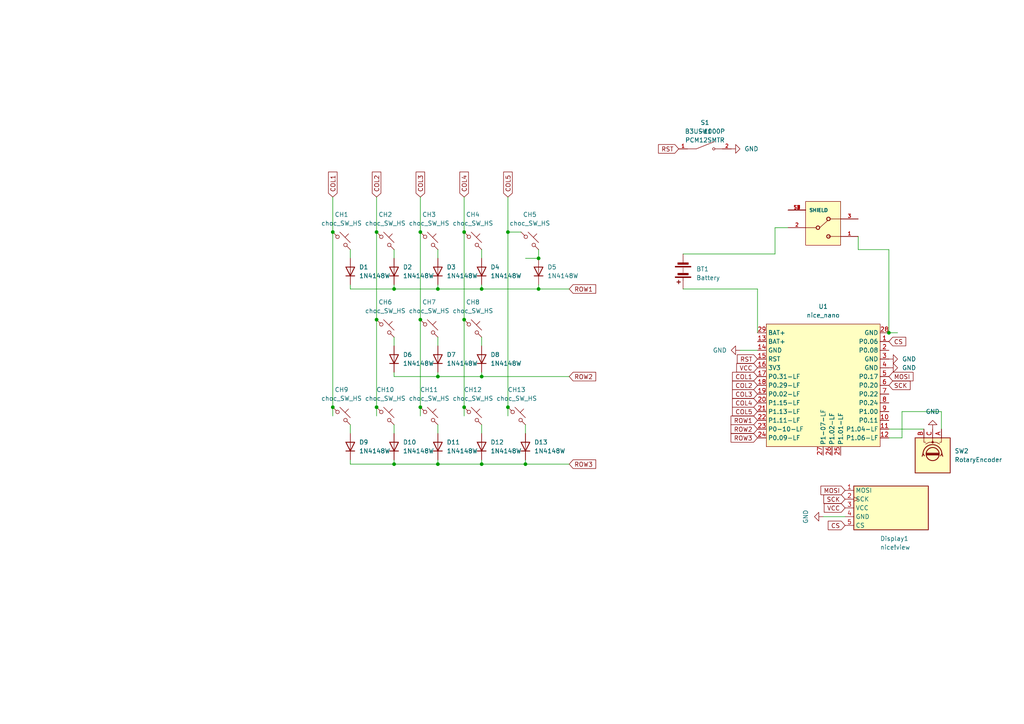
<source format=kicad_sch>
(kicad_sch (version 20230121) (generator eeschema)

  (uuid be608d01-fb99-4074-a6ad-b407691ed998)

  (paper "A4")

  (lib_symbols
    (symbol "Device:Battery" (pin_numbers hide) (pin_names (offset 0) hide) (in_bom yes) (on_board yes)
      (property "Reference" "BT" (at 2.54 2.54 0)
        (effects (font (size 1.27 1.27)) (justify left))
      )
      (property "Value" "Battery" (at 2.54 0 0)
        (effects (font (size 1.27 1.27)) (justify left))
      )
      (property "Footprint" "" (at 0 1.524 90)
        (effects (font (size 1.27 1.27)) hide)
      )
      (property "Datasheet" "~" (at 0 1.524 90)
        (effects (font (size 1.27 1.27)) hide)
      )
      (property "ki_keywords" "batt voltage-source cell" (at 0 0 0)
        (effects (font (size 1.27 1.27)) hide)
      )
      (property "ki_description" "Multiple-cell battery" (at 0 0 0)
        (effects (font (size 1.27 1.27)) hide)
      )
      (symbol "Battery_0_1"
        (rectangle (start -2.286 -1.27) (end 2.286 -1.524)
          (stroke (width 0) (type default))
          (fill (type outline))
        )
        (rectangle (start -2.286 1.778) (end 2.286 1.524)
          (stroke (width 0) (type default))
          (fill (type outline))
        )
        (rectangle (start -1.524 -2.032) (end 1.524 -2.54)
          (stroke (width 0) (type default))
          (fill (type outline))
        )
        (rectangle (start -1.524 1.016) (end 1.524 0.508)
          (stroke (width 0) (type default))
          (fill (type outline))
        )
        (polyline
          (pts
            (xy 0 -1.016)
            (xy 0 -0.762)
          )
          (stroke (width 0) (type default))
          (fill (type none))
        )
        (polyline
          (pts
            (xy 0 -0.508)
            (xy 0 -0.254)
          )
          (stroke (width 0) (type default))
          (fill (type none))
        )
        (polyline
          (pts
            (xy 0 0)
            (xy 0 0.254)
          )
          (stroke (width 0) (type default))
          (fill (type none))
        )
        (polyline
          (pts
            (xy 0 1.778)
            (xy 0 2.54)
          )
          (stroke (width 0) (type default))
          (fill (type none))
        )
        (polyline
          (pts
            (xy 0.762 3.048)
            (xy 1.778 3.048)
          )
          (stroke (width 0.254) (type default))
          (fill (type none))
        )
        (polyline
          (pts
            (xy 1.27 3.556)
            (xy 1.27 2.54)
          )
          (stroke (width 0.254) (type default))
          (fill (type none))
        )
      )
      (symbol "Battery_1_1"
        (pin passive line (at 0 5.08 270) (length 2.54)
          (name "+" (effects (font (size 1.27 1.27))))
          (number "1" (effects (font (size 1.27 1.27))))
        )
        (pin passive line (at 0 -5.08 90) (length 2.54)
          (name "-" (effects (font (size 1.27 1.27))))
          (number "2" (effects (font (size 1.27 1.27))))
        )
      )
    )
    (symbol "Device:RotaryEncoder" (pin_names (offset 0.254) hide) (in_bom yes) (on_board yes)
      (property "Reference" "SW" (at 0 6.604 0)
        (effects (font (size 1.27 1.27)))
      )
      (property "Value" "RotaryEncoder" (at 0 -6.604 0)
        (effects (font (size 1.27 1.27)))
      )
      (property "Footprint" "" (at -3.81 4.064 0)
        (effects (font (size 1.27 1.27)) hide)
      )
      (property "Datasheet" "~" (at 0 6.604 0)
        (effects (font (size 1.27 1.27)) hide)
      )
      (property "ki_keywords" "rotary switch encoder" (at 0 0 0)
        (effects (font (size 1.27 1.27)) hide)
      )
      (property "ki_description" "Rotary encoder, dual channel, incremental quadrate outputs" (at 0 0 0)
        (effects (font (size 1.27 1.27)) hide)
      )
      (property "ki_fp_filters" "RotaryEncoder*" (at 0 0 0)
        (effects (font (size 1.27 1.27)) hide)
      )
      (symbol "RotaryEncoder_0_1"
        (rectangle (start -5.08 5.08) (end 5.08 -5.08)
          (stroke (width 0.254) (type default))
          (fill (type background))
        )
        (circle (center -3.81 0) (radius 0.254)
          (stroke (width 0) (type default))
          (fill (type outline))
        )
        (circle (center -0.381 0) (radius 1.905)
          (stroke (width 0.254) (type default))
          (fill (type none))
        )
        (arc (start -0.381 2.667) (mid -3.0988 -0.0635) (end -0.381 -2.794)
          (stroke (width 0.254) (type default))
          (fill (type none))
        )
        (polyline
          (pts
            (xy -0.635 -1.778)
            (xy -0.635 1.778)
          )
          (stroke (width 0.254) (type default))
          (fill (type none))
        )
        (polyline
          (pts
            (xy -0.381 -1.778)
            (xy -0.381 1.778)
          )
          (stroke (width 0.254) (type default))
          (fill (type none))
        )
        (polyline
          (pts
            (xy -0.127 1.778)
            (xy -0.127 -1.778)
          )
          (stroke (width 0.254) (type default))
          (fill (type none))
        )
        (polyline
          (pts
            (xy -5.08 -2.54)
            (xy -3.81 -2.54)
            (xy -3.81 -2.032)
          )
          (stroke (width 0) (type default))
          (fill (type none))
        )
        (polyline
          (pts
            (xy -5.08 2.54)
            (xy -3.81 2.54)
            (xy -3.81 2.032)
          )
          (stroke (width 0) (type default))
          (fill (type none))
        )
        (polyline
          (pts
            (xy 0.254 -3.048)
            (xy -0.508 -2.794)
            (xy 0.127 -2.413)
          )
          (stroke (width 0.254) (type default))
          (fill (type none))
        )
        (polyline
          (pts
            (xy 0.254 2.921)
            (xy -0.508 2.667)
            (xy 0.127 2.286)
          )
          (stroke (width 0.254) (type default))
          (fill (type none))
        )
        (polyline
          (pts
            (xy -5.08 0)
            (xy -3.81 0)
            (xy -3.81 -1.016)
            (xy -3.302 -2.032)
          )
          (stroke (width 0) (type default))
          (fill (type none))
        )
        (polyline
          (pts
            (xy -4.318 0)
            (xy -3.81 0)
            (xy -3.81 1.016)
            (xy -3.302 2.032)
          )
          (stroke (width 0) (type default))
          (fill (type none))
        )
      )
      (symbol "RotaryEncoder_1_1"
        (pin passive line (at -7.62 2.54 0) (length 2.54)
          (name "A" (effects (font (size 1.27 1.27))))
          (number "A" (effects (font (size 1.27 1.27))))
        )
        (pin passive line (at -7.62 -2.54 0) (length 2.54)
          (name "B" (effects (font (size 1.27 1.27))))
          (number "B" (effects (font (size 1.27 1.27))))
        )
        (pin passive line (at -7.62 0 0) (length 2.54)
          (name "C" (effects (font (size 1.27 1.27))))
          (number "C" (effects (font (size 1.27 1.27))))
        )
      )
    )
    (symbol "Diode:1N4148W" (pin_numbers hide) (pin_names hide) (in_bom yes) (on_board yes)
      (property "Reference" "D" (at 0 2.54 0)
        (effects (font (size 1.27 1.27)))
      )
      (property "Value" "1N4148W" (at 0 -2.54 0)
        (effects (font (size 1.27 1.27)))
      )
      (property "Footprint" "Diode_SMD:D_SOD-123" (at 0 -4.445 0)
        (effects (font (size 1.27 1.27)) hide)
      )
      (property "Datasheet" "https://www.vishay.com/docs/85748/1n4148w.pdf" (at 0 0 0)
        (effects (font (size 1.27 1.27)) hide)
      )
      (property "Sim.Device" "D" (at 0 0 0)
        (effects (font (size 1.27 1.27)) hide)
      )
      (property "Sim.Pins" "1=K 2=A" (at 0 0 0)
        (effects (font (size 1.27 1.27)) hide)
      )
      (property "ki_keywords" "diode" (at 0 0 0)
        (effects (font (size 1.27 1.27)) hide)
      )
      (property "ki_description" "75V 0.15A Fast Switching Diode, SOD-123" (at 0 0 0)
        (effects (font (size 1.27 1.27)) hide)
      )
      (property "ki_fp_filters" "D*SOD?123*" (at 0 0 0)
        (effects (font (size 1.27 1.27)) hide)
      )
      (symbol "1N4148W_0_1"
        (polyline
          (pts
            (xy -1.27 1.27)
            (xy -1.27 -1.27)
          )
          (stroke (width 0.254) (type default))
          (fill (type none))
        )
        (polyline
          (pts
            (xy 1.27 0)
            (xy -1.27 0)
          )
          (stroke (width 0) (type default))
          (fill (type none))
        )
        (polyline
          (pts
            (xy 1.27 1.27)
            (xy 1.27 -1.27)
            (xy -1.27 0)
            (xy 1.27 1.27)
          )
          (stroke (width 0.254) (type default))
          (fill (type none))
        )
      )
      (symbol "1N4148W_1_1"
        (pin passive line (at -3.81 0 0) (length 2.54)
          (name "K" (effects (font (size 1.27 1.27))))
          (number "1" (effects (font (size 1.27 1.27))))
        )
        (pin passive line (at 3.81 0 180) (length 2.54)
          (name "A" (effects (font (size 1.27 1.27))))
          (number "2" (effects (font (size 1.27 1.27))))
        )
      )
    )
    (symbol "PCM_B3U-1000P:B3U-1000P" (pin_names (offset 1.016)) (in_bom yes) (on_board yes)
      (property "Reference" "S" (at -2.54 2.54 0)
        (effects (font (size 1.27 1.27)) (justify left bottom))
      )
      (property "Value" "B3U-1000P" (at -2.54 -2.54 0)
        (effects (font (size 1.27 1.27)) (justify left top))
      )
      (property "Footprint" "SW_B3U-1000P" (at 0 0 0)
        (effects (font (size 1.27 1.27)) (justify bottom) hide)
      )
      (property "Datasheet" "" (at 0 0 0)
        (effects (font (size 1.27 1.27)) hide)
      )
      (property "MF" "Omron" (at 0 0 0)
        (effects (font (size 1.27 1.27)) (justify bottom) hide)
      )
      (property "DESCRIPTION" "Tactile Switch SPST-NO Top Actuated Surface Mount" (at 0 0 0)
        (effects (font (size 1.27 1.27)) (justify bottom) hide)
      )
      (property "PACKAGE" "None" (at 0 0 0)
        (effects (font (size 1.27 1.27)) (justify bottom) hide)
      )
      (property "PRICE" "None" (at 0 0 0)
        (effects (font (size 1.27 1.27)) (justify bottom) hide)
      )
      (property "MP" "B3U-1000P" (at 0 0 0)
        (effects (font (size 1.27 1.27)) (justify bottom) hide)
      )
      (property "AVAILABILITY" "Unavailable" (at 0 0 0)
        (effects (font (size 1.27 1.27)) (justify bottom) hide)
      )
      (symbol "B3U-1000P_0_0"
        (polyline
          (pts
            (xy -2.54 0)
            (xy -5.08 0)
          )
          (stroke (width 0.1524) (type default))
          (fill (type none))
        )
        (polyline
          (pts
            (xy -2.54 0)
            (xy 2.794 2.1336)
          )
          (stroke (width 0.1524) (type default))
          (fill (type none))
        )
        (polyline
          (pts
            (xy 5.08 0)
            (xy 2.921 0)
          )
          (stroke (width 0.1524) (type default))
          (fill (type none))
        )
        (circle (center 2.54 0) (radius 0.3302)
          (stroke (width 0.1524) (type default))
          (fill (type none))
        )
        (pin passive line (at -7.62 0 0) (length 2.54)
          (name "~" (effects (font (size 1.016 1.016))))
          (number "1" (effects (font (size 1.016 1.016))))
        )
        (pin passive line (at 7.62 0 180) (length 2.54)
          (name "~" (effects (font (size 1.016 1.016))))
          (number "2" (effects (font (size 1.016 1.016))))
        )
      )
    )
    (symbol "PCM_PCM12SMTR:PCM12SMTR" (pin_names (offset 1.016)) (in_bom yes) (on_board yes)
      (property "Reference" "SW" (at -5.0844 5.3386 0)
        (effects (font (size 1.27 1.27)) (justify left bottom))
      )
      (property "Value" "PCM12SMTR" (at -5.1814 -9.6619 0)
        (effects (font (size 1.27 1.27)) (justify left bottom))
      )
      (property "Footprint" "SW_PCM12SMTR" (at 0 0 0)
        (effects (font (size 1.27 1.27)) (justify bottom) hide)
      )
      (property "Datasheet" "" (at 0 0 0)
        (effects (font (size 1.27 1.27)) hide)
      )
      (property "STANDARD" "Manufacturer Recommendation" (at 0 0 0)
        (effects (font (size 1.27 1.27)) (justify bottom) hide)
      )
      (property "MANUFACTURER" "C&K" (at 0 0 0)
        (effects (font (size 1.27 1.27)) (justify bottom) hide)
      )
      (symbol "PCM12SMTR_0_0"
        (rectangle (start -5.08 -7.62) (end 5.08 5.08)
          (stroke (width 0.1524) (type default))
          (fill (type background))
        )
        (circle (center -1.524 -2.54) (radius 0.508)
          (stroke (width 0.254) (type default))
          (fill (type none))
        )
        (circle (center -1.524 2.54) (radius 0.508)
          (stroke (width 0.254) (type default))
          (fill (type none))
        )
        (polyline
          (pts
            (xy -5.08 -2.54)
            (xy -2.032 -2.54)
          )
          (stroke (width 0.1524) (type default))
          (fill (type none))
        )
        (polyline
          (pts
            (xy -5.08 2.54)
            (xy -1.524 2.54)
          )
          (stroke (width 0.1524) (type default))
          (fill (type none))
        )
        (polyline
          (pts
            (xy 1.016 0)
            (xy -1.27 -2.032)
          )
          (stroke (width 0.1524) (type default))
          (fill (type none))
        )
        (polyline
          (pts
            (xy 2.032 0)
            (xy 5.08 0)
          )
          (stroke (width 0.1524) (type default))
          (fill (type none))
        )
        (circle (center 1.524 0) (radius 0.508)
          (stroke (width 0.254) (type default))
          (fill (type none))
        )
        (pin passive line (at -10.16 2.54 0) (length 5.08)
          (name "~" (effects (font (size 1.016 1.016))))
          (number "1" (effects (font (size 1.016 1.016))))
        )
        (pin passive line (at 10.16 0 180) (length 5.08)
          (name "~" (effects (font (size 1.016 1.016))))
          (number "2" (effects (font (size 1.016 1.016))))
        )
        (pin passive line (at -10.16 -2.54 0) (length 5.08)
          (name "~" (effects (font (size 1.016 1.016))))
          (number "3" (effects (font (size 1.016 1.016))))
        )
        (pin passive line (at 10.16 -5.08 180) (length 5.08)
          (name "SHIELD" (effects (font (size 1.016 1.016))))
          (number "S1" (effects (font (size 1.016 1.016))))
        )
        (pin passive line (at 10.16 -5.08 180) (length 5.08)
          (name "SHIELD" (effects (font (size 1.016 1.016))))
          (number "S2" (effects (font (size 1.016 1.016))))
        )
        (pin passive line (at 10.16 -5.08 180) (length 5.08)
          (name "SHIELD" (effects (font (size 1.016 1.016))))
          (number "S3" (effects (font (size 1.016 1.016))))
        )
        (pin passive line (at 10.16 -5.08 180) (length 5.08)
          (name "SHIELD" (effects (font (size 1.016 1.016))))
          (number "S4" (effects (font (size 1.016 1.016))))
        )
      )
    )
    (symbol "PCM_marbastlib-choc:choc_SW_HS" (pin_numbers hide) (pin_names (offset 1.016) hide) (in_bom yes) (on_board yes)
      (property "Reference" "CH" (at 3.048 1.016 0)
        (effects (font (size 1.27 1.27)) (justify left))
      )
      (property "Value" "choc_SW_HS" (at 0 -3.81 0)
        (effects (font (size 1.27 1.27)))
      )
      (property "Footprint" "PCM_marbastlib-choc:SW_choc_v1_HS_1u" (at 0 0 0)
        (effects (font (size 1.27 1.27)) hide)
      )
      (property "Datasheet" "~" (at 0 0 0)
        (effects (font (size 1.27 1.27)) hide)
      )
      (property "ki_keywords" "switch normally-open pushbutton push-button" (at 0 0 0)
        (effects (font (size 1.27 1.27)) hide)
      )
      (property "ki_description" "Push button switch, normally open, two pins, 45° tilted" (at 0 0 0)
        (effects (font (size 1.27 1.27)) hide)
      )
      (symbol "choc_SW_HS_0_1"
        (circle (center -1.1684 1.1684) (radius 0.508)
          (stroke (width 0) (type default))
          (fill (type none))
        )
        (polyline
          (pts
            (xy -0.508 2.54)
            (xy 2.54 -0.508)
          )
          (stroke (width 0) (type default))
          (fill (type none))
        )
        (polyline
          (pts
            (xy 1.016 1.016)
            (xy 2.032 2.032)
          )
          (stroke (width 0) (type default))
          (fill (type none))
        )
        (polyline
          (pts
            (xy -2.54 2.54)
            (xy -1.524 1.524)
            (xy -1.524 1.524)
          )
          (stroke (width 0) (type default))
          (fill (type none))
        )
        (polyline
          (pts
            (xy 1.524 -1.524)
            (xy 2.54 -2.54)
            (xy 2.54 -2.54)
            (xy 2.54 -2.54)
          )
          (stroke (width 0) (type default))
          (fill (type none))
        )
        (circle (center 1.143 -1.1938) (radius 0.508)
          (stroke (width 0) (type default))
          (fill (type none))
        )
        (pin passive line (at -2.54 2.54 0) (length 0)
          (name "1" (effects (font (size 1.27 1.27))))
          (number "1" (effects (font (size 1.27 1.27))))
        )
        (pin passive line (at 2.54 -2.54 180) (length 0)
          (name "2" (effects (font (size 1.27 1.27))))
          (number "2" (effects (font (size 1.27 1.27))))
        )
      )
    )
    (symbol "PCM_marbastlib-promicroish:nice_nano" (in_bom no) (on_board yes)
      (property "Reference" "U" (at 0 22.86 0)
        (effects (font (size 1.27 1.27)))
      )
      (property "Value" "nice_nano" (at 0 20.32 0)
        (effects (font (size 1.27 1.27)))
      )
      (property "Footprint" "PCM_marbastlib-xp-promicroish:nice_nano_AH_USBup" (at 0 -30.48 0)
        (effects (font (size 1.27 1.27)) hide)
      )
      (property "Datasheet" "https://nicekeyboards.com/docs/nice-nano/pinout-schematic" (at 1.27 -33.02 0)
        (effects (font (size 1.27 1.27)) hide)
      )
      (property "ki_description" "Symbol for an nicekeyboards nice!nano" (at 0 0 0)
        (effects (font (size 1.27 1.27)) hide)
      )
      (symbol "nice_nano_0_0"
        (pin bidirectional line (at -19.05 13.97 0) (length 2.54)
          (name "P0.06" (effects (font (size 1.27 1.27))))
          (number "1" (effects (font (size 1.27 1.27))))
        )
        (pin bidirectional line (at -19.05 -8.89 0) (length 2.54)
          (name "P0.11" (effects (font (size 1.27 1.27))))
          (number "10" (effects (font (size 1.27 1.27))))
        )
        (pin bidirectional line (at -19.05 -11.43 0) (length 2.54)
          (name "P1.04-LF" (effects (font (size 1.27 1.27))))
          (number "11" (effects (font (size 1.27 1.27))))
        )
        (pin bidirectional line (at -19.05 -13.97 0) (length 2.54)
          (name "P1.06-LF" (effects (font (size 1.27 1.27))))
          (number "12" (effects (font (size 1.27 1.27))))
        )
        (pin power_out line (at 19.05 11.43 180) (length 2.54)
          (name "GND" (effects (font (size 1.27 1.27))))
          (number "14" (effects (font (size 1.27 1.27))))
        )
        (pin bidirectional line (at 19.05 8.89 180) (length 2.54)
          (name "RST" (effects (font (size 1.27 1.27))))
          (number "15" (effects (font (size 1.27 1.27))))
        )
        (pin bidirectional line (at 19.05 3.81 180) (length 2.54)
          (name "P0.31-LF" (effects (font (size 1.27 1.27))))
          (number "17" (effects (font (size 1.27 1.27))))
        )
        (pin bidirectional line (at 19.05 1.27 180) (length 2.54)
          (name "P0.29-LF" (effects (font (size 1.27 1.27))))
          (number "18" (effects (font (size 1.27 1.27))))
        )
        (pin bidirectional line (at 19.05 -1.27 180) (length 2.54)
          (name "P0.02-LF" (effects (font (size 1.27 1.27))))
          (number "19" (effects (font (size 1.27 1.27))))
        )
        (pin bidirectional line (at -19.05 11.43 0) (length 2.54)
          (name "P0.08" (effects (font (size 1.27 1.27))))
          (number "2" (effects (font (size 1.27 1.27))))
        )
        (pin bidirectional line (at 19.05 -3.81 180) (length 2.54)
          (name "P1.15-LF" (effects (font (size 1.27 1.27))))
          (number "20" (effects (font (size 1.27 1.27))))
        )
        (pin bidirectional line (at 19.05 -6.35 180) (length 2.54)
          (name "P1.13-LF" (effects (font (size 1.27 1.27))))
          (number "21" (effects (font (size 1.27 1.27))))
        )
        (pin bidirectional line (at 19.05 -8.89 180) (length 2.54)
          (name "P1.11-LF" (effects (font (size 1.27 1.27))))
          (number "22" (effects (font (size 1.27 1.27))))
        )
        (pin bidirectional line (at 19.05 -11.43 180) (length 2.54)
          (name "P0-10-LF" (effects (font (size 1.27 1.27))))
          (number "23" (effects (font (size 1.27 1.27))))
        )
        (pin bidirectional line (at 19.05 -13.97 180) (length 2.54)
          (name "P0.09-LF" (effects (font (size 1.27 1.27))))
          (number "24" (effects (font (size 1.27 1.27))))
        )
        (pin power_out line (at -19.05 8.89 0) (length 2.54)
          (name "GND" (effects (font (size 1.27 1.27))))
          (number "3" (effects (font (size 1.27 1.27))))
        )
        (pin power_out line (at -19.05 6.35 0) (length 2.54)
          (name "GND" (effects (font (size 1.27 1.27))))
          (number "4" (effects (font (size 1.27 1.27))))
        )
        (pin bidirectional line (at -19.05 3.81 0) (length 2.54)
          (name "P0.17" (effects (font (size 1.27 1.27))))
          (number "5" (effects (font (size 1.27 1.27))))
        )
        (pin bidirectional line (at -19.05 1.27 0) (length 2.54)
          (name "P0.20" (effects (font (size 1.27 1.27))))
          (number "6" (effects (font (size 1.27 1.27))))
        )
        (pin bidirectional line (at -19.05 -1.27 0) (length 2.54)
          (name "P0.22" (effects (font (size 1.27 1.27))))
          (number "7" (effects (font (size 1.27 1.27))))
        )
        (pin bidirectional line (at -19.05 -3.81 0) (length 2.54)
          (name "P0.24" (effects (font (size 1.27 1.27))))
          (number "8" (effects (font (size 1.27 1.27))))
        )
        (pin bidirectional line (at -19.05 -6.35 0) (length 2.54)
          (name "P1.00" (effects (font (size 1.27 1.27))))
          (number "9" (effects (font (size 1.27 1.27))))
        )
      )
      (symbol "nice_nano_1_0"
        (pin power_out line (at 19.05 13.97 180) (length 2.54)
          (name "BAT+" (effects (font (size 1.27 1.27))))
          (number "13" (effects (font (size 1.27 1.27))))
        )
        (pin power_out line (at 19.05 6.35 180) (length 2.54)
          (name "3V3" (effects (font (size 1.27 1.27))))
          (number "16" (effects (font (size 1.27 1.27))))
        )
        (pin bidirectional line (at -5.08 -19.05 90) (length 2.54)
          (name "P1.01-LF" (effects (font (size 1.27 1.27))))
          (number "25" (effects (font (size 1.27 1.27))))
        )
        (pin bidirectional line (at -2.54 -19.05 90) (length 2.54)
          (name "P1.02-LF" (effects (font (size 1.27 1.27))))
          (number "26" (effects (font (size 1.27 1.27))))
        )
        (pin bidirectional line (at 0 -19.05 90) (length 2.54)
          (name "P1-07-LF" (effects (font (size 1.27 1.27))))
          (number "27" (effects (font (size 1.27 1.27))))
        )
        (pin power_out line (at -19.05 16.51 0) (length 2.54)
          (name "GND" (effects (font (size 1.27 1.27))))
          (number "28" (effects (font (size 1.27 1.27))))
        )
        (pin power_out line (at 19.05 16.51 180) (length 2.54)
          (name "BAT+" (effects (font (size 1.27 1.27))))
          (number "29" (effects (font (size 1.27 1.27))))
        )
      )
      (symbol "nice_nano_1_1"
        (rectangle (start -16.51 19.05) (end 16.51 -16.51)
          (stroke (width 0) (type default))
          (fill (type background))
        )
      )
    )
    (symbol "PCM_nice_view:nice!view" (in_bom yes) (on_board yes)
      (property "Reference" "Display" (at 0 12.7 0)
        (effects (font (size 1.27 1.27)) (justify bottom))
      )
      (property "Value" "nice!view" (at 0 0 0)
        (effects (font (size 1.27 1.27)))
      )
      (property "Footprint" "nice_view:nice_view" (at 0 16.51 0)
        (effects (font (size 1.27 1.27)) hide)
      )
      (property "Datasheet" "https://nicekeyboards.com/docs/nice-view/pinout-schematic" (at 2.54 -25.4 0)
        (effects (font (size 1.27 1.27)) hide)
      )
      (property "ki_keywords" "display MIP 36x14" (at 0 0 0)
        (effects (font (size 1.27 1.27)) hide)
      )
      (property "ki_description" "Sharp LS011B7DH03 Memory in Pixel 160x68" (at 0 0 0)
        (effects (font (size 1.27 1.27)) hide)
      )
      (property "ki_fp_filters" "nice*" (at 0 0 0)
        (effects (font (size 1.27 1.27)) hide)
      )
      (symbol "nice!view_0_1"
        (rectangle (start -6.35 11.43) (end 6.35 -10.16)
          (stroke (width 0.254) (type default))
          (fill (type background))
        )
      )
      (symbol "nice!view_1_1"
        (pin input line (at -5.08 -12.7 90) (length 2.54)
          (name "MOSI" (effects (font (size 1.27 1.27))))
          (number "1" (effects (font (size 1.27 1.27))))
        )
        (pin input clock (at -2.54 -12.7 90) (length 2.54)
          (name "SCK" (effects (font (size 1.27 1.27))))
          (number "2" (effects (font (size 1.27 1.27))))
        )
        (pin power_in line (at 0 -12.7 90) (length 2.54)
          (name "VCC" (effects (font (size 1.27 1.27))))
          (number "3" (effects (font (size 1.27 1.27))))
        )
        (pin power_out line (at 2.54 -12.7 90) (length 2.54)
          (name "GND" (effects (font (size 1.27 1.27))))
          (number "4" (effects (font (size 1.27 1.27))))
        )
        (pin passive line (at 5.08 -12.7 90) (length 2.54)
          (name "CS" (effects (font (size 1.27 1.27))))
          (number "5" (effects (font (size 1.27 1.27))))
        )
      )
    )
    (symbol "power:GND" (power) (pin_names (offset 0)) (in_bom yes) (on_board yes)
      (property "Reference" "#PWR" (at 0 -6.35 0)
        (effects (font (size 1.27 1.27)) hide)
      )
      (property "Value" "GND" (at 0 -3.81 0)
        (effects (font (size 1.27 1.27)))
      )
      (property "Footprint" "" (at 0 0 0)
        (effects (font (size 1.27 1.27)) hide)
      )
      (property "Datasheet" "" (at 0 0 0)
        (effects (font (size 1.27 1.27)) hide)
      )
      (property "ki_keywords" "global power" (at 0 0 0)
        (effects (font (size 1.27 1.27)) hide)
      )
      (property "ki_description" "Power symbol creates a global label with name \"GND\" , ground" (at 0 0 0)
        (effects (font (size 1.27 1.27)) hide)
      )
      (symbol "GND_0_1"
        (polyline
          (pts
            (xy 0 0)
            (xy 0 -1.27)
            (xy 1.27 -1.27)
            (xy 0 -2.54)
            (xy -1.27 -1.27)
            (xy 0 -1.27)
          )
          (stroke (width 0) (type default))
          (fill (type none))
        )
      )
      (symbol "GND_1_1"
        (pin power_in line (at 0 0 270) (length 0) hide
          (name "GND" (effects (font (size 1.27 1.27))))
          (number "1" (effects (font (size 1.27 1.27))))
        )
      )
    )
  )

  (junction (at 96.52 67.31) (diameter 0) (color 0 0 0 0)
    (uuid 00613daf-e302-4f98-8fe1-18351d2d2e18)
  )
  (junction (at 109.22 118.11) (diameter 0) (color 0 0 0 0)
    (uuid 00c37270-7a87-48e0-820a-82dce9426407)
  )
  (junction (at 109.22 92.71) (diameter 0) (color 0 0 0 0)
    (uuid 0556d38b-033b-4576-b209-42dadff974f1)
  )
  (junction (at 96.52 118.11) (diameter 0) (color 0 0 0 0)
    (uuid 0b290d84-e546-4403-8878-2861921fac92)
  )
  (junction (at 114.3 134.62) (diameter 0) (color 0 0 0 0)
    (uuid 0b3658f6-dc90-42d4-902d-aa757fb7909e)
  )
  (junction (at 134.62 118.11) (diameter 0) (color 0 0 0 0)
    (uuid 0f8f16ab-4f2e-4306-99cb-ab80fcf3581c)
  )
  (junction (at 139.7 83.82) (diameter 0) (color 0 0 0 0)
    (uuid 163b0e45-fffe-4933-b6cc-626d445cae40)
  )
  (junction (at 152.4 134.62) (diameter 0) (color 0 0 0 0)
    (uuid 24033793-d252-4e8d-aa10-81c0c3a4de00)
  )
  (junction (at 134.62 92.71) (diameter 0) (color 0 0 0 0)
    (uuid 329548e6-6715-4910-b4f5-2993f6cc8c0e)
  )
  (junction (at 127 109.22) (diameter 0) (color 0 0 0 0)
    (uuid 33426598-87ee-4d9a-aa1d-6d5a6b7ed475)
  )
  (junction (at 139.7 134.62) (diameter 0) (color 0 0 0 0)
    (uuid 35438997-08fa-4095-ad89-b379c2016e4e)
  )
  (junction (at 147.32 118.11) (diameter 0) (color 0 0 0 0)
    (uuid 364cc5be-74d4-4c93-8bce-f381b174d14c)
  )
  (junction (at 127 134.62) (diameter 0) (color 0 0 0 0)
    (uuid 3b8d79b5-3451-402e-8596-8b58ba9de22d)
  )
  (junction (at 257.81 96.52) (diameter 0) (color 0 0 0 0)
    (uuid 46a97edd-b9a0-4a80-8ca5-56799825fa68)
  )
  (junction (at 121.92 67.31) (diameter 0) (color 0 0 0 0)
    (uuid 4da3366a-23c5-4bd0-ab2b-9f833f79b1c4)
  )
  (junction (at 127 83.82) (diameter 0) (color 0 0 0 0)
    (uuid 656d7e16-877c-474e-b44f-61ff7c0faf01)
  )
  (junction (at 121.92 118.11) (diameter 0) (color 0 0 0 0)
    (uuid 6b4bc8c9-6b03-4126-8b87-813c4343d28c)
  )
  (junction (at 139.7 109.22) (diameter 0) (color 0 0 0 0)
    (uuid 6d874512-7dfe-41ff-ad4c-ce8ed72bdb65)
  )
  (junction (at 114.3 83.82) (diameter 0) (color 0 0 0 0)
    (uuid ab2dda82-b498-4e26-a53b-14f3aeec8040)
  )
  (junction (at 156.21 74.93) (diameter 0) (color 0 0 0 0)
    (uuid acfd7e50-5b32-4728-9d6d-1bb1c37c46bc)
  )
  (junction (at 134.62 67.31) (diameter 0) (color 0 0 0 0)
    (uuid bee7799d-e016-46a3-8ee8-5206128c6a32)
  )
  (junction (at 121.92 92.71) (diameter 0) (color 0 0 0 0)
    (uuid eb427bb9-1315-4232-a16a-7b0b97aa78b0)
  )
  (junction (at 109.22 67.31) (diameter 0) (color 0 0 0 0)
    (uuid ed3020a5-ce2e-4fbe-956c-5f3c9c00d6de)
  )
  (junction (at 156.21 83.82) (diameter 0) (color 0 0 0 0)
    (uuid f4c1d95f-a798-4fc7-88e5-1561a6582c30)
  )
  (junction (at 147.32 67.31) (diameter 0) (color 0 0 0 0)
    (uuid f77ad35b-dd7e-4bab-892f-5fc00462ac6e)
  )

  (wire (pts (xy 109.22 67.31) (xy 109.22 92.71))
    (stroke (width 0) (type default))
    (uuid 00b405a1-0bc1-427f-89d3-7479c592ff4a)
  )
  (wire (pts (xy 114.3 72.39) (xy 114.3 74.93))
    (stroke (width 0) (type default))
    (uuid 05b742c9-44e7-4478-b515-4536241b4187)
  )
  (wire (pts (xy 139.7 123.19) (xy 139.7 125.73))
    (stroke (width 0) (type default))
    (uuid 0fb86fa6-99f3-44a4-a7cc-28ce6efe2d72)
  )
  (wire (pts (xy 114.3 83.82) (xy 127 83.82))
    (stroke (width 0) (type default))
    (uuid 120c1764-bb8e-4035-8d19-c4b6ff393586)
  )
  (wire (pts (xy 127 109.22) (xy 139.7 109.22))
    (stroke (width 0) (type default))
    (uuid 143a53a4-d79f-4da0-a78b-2a1e571e243f)
  )
  (wire (pts (xy 257.81 124.46) (xy 267.97 124.46))
    (stroke (width 0) (type default))
    (uuid 179195f1-0d36-4d3e-bb2d-cc0369ec9870)
  )
  (wire (pts (xy 261.62 119.38) (xy 261.62 127))
    (stroke (width 0) (type default))
    (uuid 193b5672-be22-4f93-a717-897fabf78afd)
  )
  (wire (pts (xy 156.21 72.39) (xy 156.21 74.93))
    (stroke (width 0) (type default))
    (uuid 1be06aa2-1452-4667-8ea7-4f16e1c2f127)
  )
  (wire (pts (xy 156.21 82.55) (xy 156.21 83.82))
    (stroke (width 0) (type default))
    (uuid 1e60c5fc-d251-471a-9ff5-735545232f90)
  )
  (wire (pts (xy 139.7 134.62) (xy 152.4 134.62))
    (stroke (width 0) (type default))
    (uuid 1f845296-af37-4cd5-a4f4-3d6e181b8fa4)
  )
  (wire (pts (xy 134.62 118.11) (xy 134.62 120.65))
    (stroke (width 0) (type default))
    (uuid 21ae40b2-6504-419b-aaa7-8298ceb03a81)
  )
  (wire (pts (xy 261.62 127) (xy 257.81 127))
    (stroke (width 0) (type default))
    (uuid 22852d1f-ae90-4576-b424-f89dd73fae92)
  )
  (wire (pts (xy 127 123.19) (xy 127 125.73))
    (stroke (width 0) (type default))
    (uuid 235adaa3-5565-4313-8fdf-9617e1a8e8d3)
  )
  (wire (pts (xy 109.22 57.15) (xy 109.22 67.31))
    (stroke (width 0) (type default))
    (uuid 2b4f1404-c9f4-4439-8e65-629afbab2c58)
  )
  (wire (pts (xy 121.92 118.11) (xy 121.92 120.65))
    (stroke (width 0) (type default))
    (uuid 2d1977a3-5ac7-47dc-88ec-ffe92b8b9f31)
  )
  (wire (pts (xy 273.05 124.46) (xy 273.05 119.38))
    (stroke (width 0) (type default))
    (uuid 2d8c1f4f-b86c-494f-ad97-0c3c5cea4b2c)
  )
  (wire (pts (xy 127 82.55) (xy 127 83.82))
    (stroke (width 0) (type default))
    (uuid 2e5aec27-f35d-4b84-ba74-21c43535b2c2)
  )
  (wire (pts (xy 114.3 133.35) (xy 114.3 134.62))
    (stroke (width 0) (type default))
    (uuid 2e79c366-7090-4238-8648-94ac99188388)
  )
  (wire (pts (xy 127 72.39) (xy 127 74.93))
    (stroke (width 0) (type default))
    (uuid 30a07a13-2dad-4064-8fdf-30c489727d0c)
  )
  (wire (pts (xy 127 83.82) (xy 139.7 83.82))
    (stroke (width 0) (type default))
    (uuid 3a32013b-b829-428c-8468-37d2a2ce3eeb)
  )
  (wire (pts (xy 114.3 134.62) (xy 127 134.62))
    (stroke (width 0) (type default))
    (uuid 3a64d9b5-4323-4c3a-8b6a-6f190c12e94b)
  )
  (wire (pts (xy 101.6 123.19) (xy 101.6 125.73))
    (stroke (width 0) (type default))
    (uuid 3bf8eef1-4628-429f-8cbf-437f66ec9b33)
  )
  (wire (pts (xy 147.32 57.15) (xy 147.32 67.31))
    (stroke (width 0) (type default))
    (uuid 3d5ce2bc-99be-44aa-bf27-209b631cec20)
  )
  (wire (pts (xy 257.81 72.39) (xy 257.81 96.52))
    (stroke (width 0) (type default))
    (uuid 3f17fac1-9957-4573-ac85-d6e7fcf54c90)
  )
  (wire (pts (xy 114.3 82.55) (xy 114.3 83.82))
    (stroke (width 0) (type default))
    (uuid 402f72ec-90a8-4b70-9777-eda6142de737)
  )
  (wire (pts (xy 214.63 101.6) (xy 219.71 101.6))
    (stroke (width 0) (type default))
    (uuid 4688a6ed-da1f-43ed-b2b9-1e82cc9d5084)
  )
  (wire (pts (xy 109.22 118.11) (xy 109.22 120.65))
    (stroke (width 0) (type default))
    (uuid 4e7b0a08-32ba-441d-8e10-161f3bbbfcee)
  )
  (wire (pts (xy 114.3 109.22) (xy 127 109.22))
    (stroke (width 0) (type default))
    (uuid 55de8c50-e967-461b-ae9a-db908d867cb6)
  )
  (wire (pts (xy 114.3 123.19) (xy 114.3 125.73))
    (stroke (width 0) (type default))
    (uuid 612e0e24-93d7-44db-a733-4bc31b541fa7)
  )
  (wire (pts (xy 198.12 73.66) (xy 224.79 73.66))
    (stroke (width 0) (type default))
    (uuid 6388a285-900c-4014-b366-87a4b505d630)
  )
  (wire (pts (xy 127 133.35) (xy 127 134.62))
    (stroke (width 0) (type default))
    (uuid 6395ac7e-8162-4003-908e-4e0fa847cfd6)
  )
  (wire (pts (xy 96.52 67.31) (xy 96.52 118.11))
    (stroke (width 0) (type default))
    (uuid 6b59c9fd-d252-45f9-a628-178a293c73b0)
  )
  (wire (pts (xy 228.6 66.04) (xy 224.79 66.04))
    (stroke (width 0) (type default))
    (uuid 7b8b0f9f-84e8-42d8-ae97-4d1d3ecd8eec)
  )
  (wire (pts (xy 121.92 92.71) (xy 121.92 118.11))
    (stroke (width 0) (type default))
    (uuid 841027f5-75dc-452f-b84b-4639e9299067)
  )
  (wire (pts (xy 121.92 67.31) (xy 121.92 92.71))
    (stroke (width 0) (type default))
    (uuid 88702e02-ab76-4829-9e67-961530739593)
  )
  (wire (pts (xy 134.62 67.31) (xy 134.62 92.71))
    (stroke (width 0) (type default))
    (uuid 8ca7514d-c5ae-4785-a2fa-d155900bd0fb)
  )
  (wire (pts (xy 139.7 133.35) (xy 139.7 134.62))
    (stroke (width 0) (type default))
    (uuid 91ae9875-a561-48ca-b4cf-4199baf961cb)
  )
  (wire (pts (xy 101.6 83.82) (xy 114.3 83.82))
    (stroke (width 0) (type default))
    (uuid 951bcb68-83b4-4254-bd32-ddfc130037cc)
  )
  (wire (pts (xy 134.62 57.15) (xy 134.62 67.31))
    (stroke (width 0) (type default))
    (uuid 97061b47-9b4f-4a92-8cfa-23a96fd871ae)
  )
  (wire (pts (xy 238.76 149.86) (xy 245.11 149.86))
    (stroke (width 0) (type default))
    (uuid 98f7178f-b3e0-4b7c-889d-1e1c766e4528)
  )
  (wire (pts (xy 114.3 97.79) (xy 114.3 100.33))
    (stroke (width 0) (type default))
    (uuid 9b54f9b3-0524-479d-9383-c8f6e2f9adfd)
  )
  (wire (pts (xy 121.92 57.15) (xy 121.92 67.31))
    (stroke (width 0) (type default))
    (uuid 9bb2b13a-8e29-4c84-8ad0-c6a0aa1eada1)
  )
  (wire (pts (xy 134.62 92.71) (xy 134.62 118.11))
    (stroke (width 0) (type default))
    (uuid 9ecd9bc8-d1c5-446a-b92e-721ef2740cf2)
  )
  (wire (pts (xy 248.92 72.39) (xy 257.81 72.39))
    (stroke (width 0) (type default))
    (uuid a48c01d2-b7b9-4c95-bf29-815fa01c45e0)
  )
  (wire (pts (xy 260.35 96.52) (xy 257.81 96.52))
    (stroke (width 0) (type default))
    (uuid a4c1b793-8a9c-4c42-a569-b9eac6a64c35)
  )
  (wire (pts (xy 248.92 68.58) (xy 248.92 72.39))
    (stroke (width 0) (type default))
    (uuid a7442be5-6361-48eb-8c9e-0ec009ee0088)
  )
  (wire (pts (xy 147.32 67.31) (xy 147.32 118.11))
    (stroke (width 0) (type default))
    (uuid ac426b7d-da4c-48b7-a7c3-c4d9c5e4bf6d)
  )
  (wire (pts (xy 139.7 72.39) (xy 139.7 74.93))
    (stroke (width 0) (type default))
    (uuid b061b4f9-a634-4828-bd41-0213e8388ab9)
  )
  (wire (pts (xy 96.52 118.11) (xy 96.52 120.65))
    (stroke (width 0) (type default))
    (uuid b2fd1fd4-419b-4054-98d8-ca200f044b22)
  )
  (wire (pts (xy 109.22 92.71) (xy 109.22 118.11))
    (stroke (width 0) (type default))
    (uuid b48abba9-dc1d-4f5c-9cdb-20f9bb83e61a)
  )
  (wire (pts (xy 101.6 133.35) (xy 101.6 134.62))
    (stroke (width 0) (type default))
    (uuid be630b41-d05c-47b8-b61c-052306368717)
  )
  (wire (pts (xy 127 107.95) (xy 127 109.22))
    (stroke (width 0) (type default))
    (uuid bfa34099-4bd4-470f-a4c8-8425dc552379)
  )
  (wire (pts (xy 224.79 66.04) (xy 224.79 73.66))
    (stroke (width 0) (type default))
    (uuid c11d6f63-1b88-4dba-92ce-1e1f139b7db6)
  )
  (wire (pts (xy 139.7 97.79) (xy 139.7 100.33))
    (stroke (width 0) (type default))
    (uuid c15db2fb-3301-4965-8adf-04f53dcd642c)
  )
  (wire (pts (xy 156.21 83.82) (xy 165.1 83.82))
    (stroke (width 0) (type default))
    (uuid c3f0fc80-acb8-4f2b-9887-4f5262353104)
  )
  (wire (pts (xy 101.6 134.62) (xy 114.3 134.62))
    (stroke (width 0) (type default))
    (uuid cad6934a-2de1-4304-b888-ffa9da8dd370)
  )
  (wire (pts (xy 139.7 109.22) (xy 165.1 109.22))
    (stroke (width 0) (type default))
    (uuid cb54af0b-2dd6-411b-8833-74a12532f06b)
  )
  (wire (pts (xy 152.4 123.19) (xy 152.4 125.73))
    (stroke (width 0) (type default))
    (uuid cf6635e0-6148-431d-bd26-d0bee91a8ae4)
  )
  (wire (pts (xy 219.71 83.82) (xy 219.71 96.52))
    (stroke (width 0) (type default))
    (uuid d36b5f59-a296-4902-b793-25eacc935d1e)
  )
  (wire (pts (xy 273.05 119.38) (xy 261.62 119.38))
    (stroke (width 0) (type default))
    (uuid d5d42acf-babb-4eaa-8d1b-11e29ffbc380)
  )
  (wire (pts (xy 151.13 67.31) (xy 147.32 67.31))
    (stroke (width 0) (type default))
    (uuid dbae6085-0082-4930-b923-ad73b6d682f6)
  )
  (wire (pts (xy 96.52 57.15) (xy 96.52 67.31))
    (stroke (width 0) (type default))
    (uuid dbd68d68-42f8-4040-9f72-854b049344af)
  )
  (wire (pts (xy 139.7 82.55) (xy 139.7 83.82))
    (stroke (width 0) (type default))
    (uuid e5fe1e3b-daff-4834-8e6f-19ca44a0560b)
  )
  (wire (pts (xy 147.32 118.11) (xy 147.32 120.65))
    (stroke (width 0) (type default))
    (uuid e6c13338-2d78-4fd3-beb9-c32872fdb380)
  )
  (wire (pts (xy 139.7 107.95) (xy 139.7 109.22))
    (stroke (width 0) (type default))
    (uuid e70dfebf-1111-4fd1-87c1-5b62940b86d1)
  )
  (wire (pts (xy 127 134.62) (xy 139.7 134.62))
    (stroke (width 0) (type default))
    (uuid ef464d3f-6832-46e2-ad6d-4322c36936d3)
  )
  (wire (pts (xy 152.4 74.93) (xy 156.21 74.93))
    (stroke (width 0) (type default))
    (uuid f160b156-c888-43ae-a54d-29e2cb74a4f4)
  )
  (wire (pts (xy 114.3 107.95) (xy 114.3 109.22))
    (stroke (width 0) (type default))
    (uuid f25ccda5-265b-4c43-be5f-c8bc78316b0d)
  )
  (wire (pts (xy 152.4 134.62) (xy 165.1 134.62))
    (stroke (width 0) (type default))
    (uuid f3377d7f-d879-457f-a9c1-6e41a89cdf9a)
  )
  (wire (pts (xy 139.7 83.82) (xy 156.21 83.82))
    (stroke (width 0) (type default))
    (uuid f3c9e223-6722-4a9e-befb-76d5d37e4d9a)
  )
  (wire (pts (xy 101.6 82.55) (xy 101.6 83.82))
    (stroke (width 0) (type default))
    (uuid f4f61e1f-b7a6-400c-84ef-b51ba972b858)
  )
  (wire (pts (xy 101.6 72.39) (xy 101.6 74.93))
    (stroke (width 0) (type default))
    (uuid f5b842e6-e4fa-4cae-8f81-d8f3227c3cd6)
  )
  (wire (pts (xy 152.4 133.35) (xy 152.4 134.62))
    (stroke (width 0) (type default))
    (uuid f68e61a8-8db3-4e90-a522-51d280ad1749)
  )
  (wire (pts (xy 198.12 83.82) (xy 219.71 83.82))
    (stroke (width 0) (type default))
    (uuid f800d37a-ca3b-4350-9f09-2bdf880e760c)
  )
  (wire (pts (xy 127 97.79) (xy 127 100.33))
    (stroke (width 0) (type default))
    (uuid ff7a3a40-43a3-4c78-9347-652907f24072)
  )

  (global_label "CS" (shape input) (at 245.11 152.4 180) (fields_autoplaced)
    (effects (font (size 1.27 1.27)) (justify right))
    (uuid 0b2f8a63-3025-4c41-84de-fb66c8e6b481)
    (property "Intersheetrefs" "${INTERSHEET_REFS}" (at 239.7247 152.4 0)
      (effects (font (size 1.27 1.27)) (justify right) hide)
    )
  )
  (global_label "SCK" (shape input) (at 257.81 111.76 0) (fields_autoplaced)
    (effects (font (size 1.27 1.27)) (justify left))
    (uuid 0c06611d-d1f9-4c86-9d0c-4f53fbd42a59)
    (property "Intersheetrefs" "${INTERSHEET_REFS}" (at 264.4653 111.76 0)
      (effects (font (size 1.27 1.27)) (justify left) hide)
    )
  )
  (global_label "RST" (shape input) (at 196.85 43.18 180) (fields_autoplaced)
    (effects (font (size 1.27 1.27)) (justify right))
    (uuid 0c845aae-396a-4e34-ae56-c10089b0b064)
    (property "Intersheetrefs" "${INTERSHEET_REFS}" (at 190.4971 43.18 0)
      (effects (font (size 1.27 1.27)) (justify right) hide)
    )
  )
  (global_label "MOSI" (shape input) (at 257.81 109.22 0) (fields_autoplaced)
    (effects (font (size 1.27 1.27)) (justify left))
    (uuid 124c37d4-79f4-462c-bdf6-32dfb2f6cf86)
    (property "Intersheetrefs" "${INTERSHEET_REFS}" (at 265.312 109.22 0)
      (effects (font (size 1.27 1.27)) (justify left) hide)
    )
  )
  (global_label "COL3" (shape input) (at 121.92 57.15 90) (fields_autoplaced)
    (effects (font (size 1.27 1.27)) (justify left))
    (uuid 143022a5-3021-4e20-8b66-20877129a797)
    (property "Intersheetrefs" "${INTERSHEET_REFS}" (at 121.92 49.4061 90)
      (effects (font (size 1.27 1.27)) (justify left) hide)
    )
  )
  (global_label "COL1" (shape input) (at 96.52 57.15 90) (fields_autoplaced)
    (effects (font (size 1.27 1.27)) (justify left))
    (uuid 15880a20-0495-486e-bdb7-3137ec1eb732)
    (property "Intersheetrefs" "${INTERSHEET_REFS}" (at 96.52 49.4061 90)
      (effects (font (size 1.27 1.27)) (justify left) hide)
    )
  )
  (global_label "ROW2" (shape input) (at 219.71 124.46 180) (fields_autoplaced)
    (effects (font (size 1.27 1.27)) (justify right))
    (uuid 2e4596a9-9586-484b-b5db-7066f1a5ea7c)
    (property "Intersheetrefs" "${INTERSHEET_REFS}" (at 211.5428 124.46 0)
      (effects (font (size 1.27 1.27)) (justify right) hide)
    )
  )
  (global_label "ROW3" (shape input) (at 165.1 134.62 0) (fields_autoplaced)
    (effects (font (size 1.27 1.27)) (justify left))
    (uuid 33d753d1-0e4a-430b-97a5-d199302101df)
    (property "Intersheetrefs" "${INTERSHEET_REFS}" (at 173.2672 134.62 0)
      (effects (font (size 1.27 1.27)) (justify left) hide)
    )
  )
  (global_label "COL2" (shape input) (at 219.71 111.76 180) (fields_autoplaced)
    (effects (font (size 1.27 1.27)) (justify right))
    (uuid 60a18593-d083-4032-b4b4-10ee6f043714)
    (property "Intersheetrefs" "${INTERSHEET_REFS}" (at 211.9661 111.76 0)
      (effects (font (size 1.27 1.27)) (justify right) hide)
    )
  )
  (global_label "COL5" (shape input) (at 219.71 119.38 180) (fields_autoplaced)
    (effects (font (size 1.27 1.27)) (justify right))
    (uuid 62b434f1-fe79-4964-8439-f0bf8eb19817)
    (property "Intersheetrefs" "${INTERSHEET_REFS}" (at 211.9661 119.38 0)
      (effects (font (size 1.27 1.27)) (justify right) hide)
    )
  )
  (global_label "COL4" (shape input) (at 134.62 57.15 90) (fields_autoplaced)
    (effects (font (size 1.27 1.27)) (justify left))
    (uuid 6a8bf42b-594e-4279-a6f1-9cb2d8b38015)
    (property "Intersheetrefs" "${INTERSHEET_REFS}" (at 134.62 49.4061 90)
      (effects (font (size 1.27 1.27)) (justify left) hide)
    )
  )
  (global_label "COL1" (shape input) (at 219.71 109.22 180) (fields_autoplaced)
    (effects (font (size 1.27 1.27)) (justify right))
    (uuid 7bf1a83b-231f-485b-aa3a-09dc4c40251c)
    (property "Intersheetrefs" "${INTERSHEET_REFS}" (at 211.9661 109.22 0)
      (effects (font (size 1.27 1.27)) (justify right) hide)
    )
  )
  (global_label "ROW3" (shape input) (at 219.71 127 180) (fields_autoplaced)
    (effects (font (size 1.27 1.27)) (justify right))
    (uuid 8da97637-636e-455e-8922-6f8625f676fc)
    (property "Intersheetrefs" "${INTERSHEET_REFS}" (at 211.5428 127 0)
      (effects (font (size 1.27 1.27)) (justify right) hide)
    )
  )
  (global_label "CS" (shape input) (at 257.81 99.06 0) (fields_autoplaced)
    (effects (font (size 1.27 1.27)) (justify left))
    (uuid 8ecc4e17-f158-4978-9bf8-ec6e618a4e57)
    (property "Intersheetrefs" "${INTERSHEET_REFS}" (at 263.1953 99.06 0)
      (effects (font (size 1.27 1.27)) (justify left) hide)
    )
  )
  (global_label "ROW2" (shape input) (at 165.1 109.22 0) (fields_autoplaced)
    (effects (font (size 1.27 1.27)) (justify left))
    (uuid 921bdb03-d1e4-48ed-a350-d4cfb1a1ca0b)
    (property "Intersheetrefs" "${INTERSHEET_REFS}" (at 173.2672 109.22 0)
      (effects (font (size 1.27 1.27)) (justify left) hide)
    )
  )
  (global_label "COL3" (shape input) (at 219.71 114.3 180) (fields_autoplaced)
    (effects (font (size 1.27 1.27)) (justify right))
    (uuid a1b7de1c-3da5-4d46-aad6-e7785d2d3510)
    (property "Intersheetrefs" "${INTERSHEET_REFS}" (at 211.9661 114.3 0)
      (effects (font (size 1.27 1.27)) (justify right) hide)
    )
  )
  (global_label "ROW1" (shape input) (at 165.1 83.82 0) (fields_autoplaced)
    (effects (font (size 1.27 1.27)) (justify left))
    (uuid a57bd4ba-6520-49e0-a176-c8a1455a6e5d)
    (property "Intersheetrefs" "${INTERSHEET_REFS}" (at 173.2672 83.82 0)
      (effects (font (size 1.27 1.27)) (justify left) hide)
    )
  )
  (global_label "COL4" (shape input) (at 219.71 116.84 180) (fields_autoplaced)
    (effects (font (size 1.27 1.27)) (justify right))
    (uuid b934ff7b-2399-4835-851b-f284aefd57cf)
    (property "Intersheetrefs" "${INTERSHEET_REFS}" (at 211.9661 116.84 0)
      (effects (font (size 1.27 1.27)) (justify right) hide)
    )
  )
  (global_label "VCC" (shape input) (at 245.11 147.32 180) (fields_autoplaced)
    (effects (font (size 1.27 1.27)) (justify right))
    (uuid bac70e47-0566-4e71-bcfd-008e4a4fcc50)
    (property "Intersheetrefs" "${INTERSHEET_REFS}" (at 238.5756 147.32 0)
      (effects (font (size 1.27 1.27)) (justify right) hide)
    )
  )
  (global_label "MOSI" (shape input) (at 245.11 142.24 180) (fields_autoplaced)
    (effects (font (size 1.27 1.27)) (justify right))
    (uuid beeacd79-053a-4630-a907-cbc49f0c2a11)
    (property "Intersheetrefs" "${INTERSHEET_REFS}" (at 237.608 142.24 0)
      (effects (font (size 1.27 1.27)) (justify right) hide)
    )
  )
  (global_label "ROW1" (shape input) (at 219.71 121.92 180) (fields_autoplaced)
    (effects (font (size 1.27 1.27)) (justify right))
    (uuid c6d491a8-48e5-4f68-9c1c-d425fa9d8972)
    (property "Intersheetrefs" "${INTERSHEET_REFS}" (at 211.5428 121.92 0)
      (effects (font (size 1.27 1.27)) (justify right) hide)
    )
  )
  (global_label "COL5" (shape input) (at 147.32 57.15 90) (fields_autoplaced)
    (effects (font (size 1.27 1.27)) (justify left))
    (uuid c7a465c5-9d07-4384-b542-90866265970c)
    (property "Intersheetrefs" "${INTERSHEET_REFS}" (at 147.32 49.4061 90)
      (effects (font (size 1.27 1.27)) (justify left) hide)
    )
  )
  (global_label "COL2" (shape input) (at 109.22 57.15 90) (fields_autoplaced)
    (effects (font (size 1.27 1.27)) (justify left))
    (uuid c9fce612-bc6c-4ba8-91b3-1a6e178cd590)
    (property "Intersheetrefs" "${INTERSHEET_REFS}" (at 109.22 49.4061 90)
      (effects (font (size 1.27 1.27)) (justify left) hide)
    )
  )
  (global_label "SCK" (shape input) (at 245.11 144.78 180) (fields_autoplaced)
    (effects (font (size 1.27 1.27)) (justify right))
    (uuid e3cf3ebd-6d01-4c75-ba3b-7dcfb80a6d55)
    (property "Intersheetrefs" "${INTERSHEET_REFS}" (at 238.4547 144.78 0)
      (effects (font (size 1.27 1.27)) (justify right) hide)
    )
  )
  (global_label "RST" (shape input) (at 219.71 104.14 180) (fields_autoplaced)
    (effects (font (size 1.27 1.27)) (justify right))
    (uuid f76e5ab3-678d-40c8-9af1-b36cf4237a0e)
    (property "Intersheetrefs" "${INTERSHEET_REFS}" (at 213.3571 104.14 0)
      (effects (font (size 1.27 1.27)) (justify right) hide)
    )
  )
  (global_label "VCC" (shape input) (at 219.71 106.68 180) (fields_autoplaced)
    (effects (font (size 1.27 1.27)) (justify right))
    (uuid fb15782f-0ad6-43a2-9676-1e4f435e50ef)
    (property "Intersheetrefs" "${INTERSHEET_REFS}" (at 213.1756 106.68 0)
      (effects (font (size 1.27 1.27)) (justify right) hide)
    )
  )

  (symbol (lib_id "Diode:1N4148W") (at 101.6 78.74 90) (unit 1)
    (in_bom yes) (on_board yes) (dnp no) (fields_autoplaced)
    (uuid 073aa7ab-6ebf-46d8-a882-6c487dc07b5f)
    (property "Reference" "D1" (at 104.14 77.47 90)
      (effects (font (size 1.27 1.27)) (justify right))
    )
    (property "Value" "1N4148W" (at 104.14 80.01 90)
      (effects (font (size 1.27 1.27)) (justify right))
    )
    (property "Footprint" "Diode_SMD:D_SOD-123" (at 106.045 78.74 0)
      (effects (font (size 1.27 1.27)) hide)
    )
    (property "Datasheet" "https://www.vishay.com/docs/85748/1n4148w.pdf" (at 101.6 78.74 0)
      (effects (font (size 1.27 1.27)) hide)
    )
    (property "Sim.Device" "D" (at 101.6 78.74 0)
      (effects (font (size 1.27 1.27)) hide)
    )
    (property "Sim.Pins" "1=K 2=A" (at 101.6 78.74 0)
      (effects (font (size 1.27 1.27)) hide)
    )
    (pin "1" (uuid b5188c30-635e-4cc6-a71f-8920d4dbadfd))
    (pin "2" (uuid 79fe91f5-0b10-45fb-8159-215f9eae9ba3))
    (instances
      (project "Rhino Macro Board V2"
        (path "/be608d01-fb99-4074-a6ad-b407691ed998"
          (reference "D1") (unit 1)
        )
      )
    )
  )

  (symbol (lib_id "PCM_marbastlib-choc:choc_SW_HS") (at 124.46 69.85 0) (unit 1)
    (in_bom yes) (on_board yes) (dnp no) (fields_autoplaced)
    (uuid 080b50ed-8b8d-4b2e-9a31-322ac7bb812f)
    (property "Reference" "CH3" (at 124.46 62.23 0)
      (effects (font (size 1.27 1.27)))
    )
    (property "Value" "choc_SW_HS" (at 124.46 64.77 0)
      (effects (font (size 1.27 1.27)))
    )
    (property "Footprint" "PCM_marbastlib-choc:SW_choc_v1_HS_1u" (at 124.46 69.85 0)
      (effects (font (size 1.27 1.27)) hide)
    )
    (property "Datasheet" "~" (at 124.46 69.85 0)
      (effects (font (size 1.27 1.27)) hide)
    )
    (pin "1" (uuid 847be719-ee04-4520-8f53-d86ffe024216))
    (pin "2" (uuid b5505d62-e021-4c29-bfa2-d72a993eea4b))
    (instances
      (project "Rhino Macro Board V2"
        (path "/be608d01-fb99-4074-a6ad-b407691ed998"
          (reference "CH3") (unit 1)
        )
      )
    )
  )

  (symbol (lib_id "PCM_marbastlib-choc:choc_SW_HS") (at 153.67 69.85 0) (unit 1)
    (in_bom yes) (on_board yes) (dnp no) (fields_autoplaced)
    (uuid 0e6b7761-1819-48b5-90c2-f05334bb2aa3)
    (property "Reference" "CH5" (at 153.67 62.23 0)
      (effects (font (size 1.27 1.27)))
    )
    (property "Value" "choc_SW_HS" (at 153.67 64.77 0)
      (effects (font (size 1.27 1.27)))
    )
    (property "Footprint" "PCM_marbastlib-choc:SW_choc_v1_HS_1u" (at 153.67 69.85 0)
      (effects (font (size 1.27 1.27)) hide)
    )
    (property "Datasheet" "~" (at 153.67 69.85 0)
      (effects (font (size 1.27 1.27)) hide)
    )
    (pin "1" (uuid 05341684-53b0-46e0-8a45-49e3ffdaa0ef))
    (pin "2" (uuid 9fd1ded4-d0f9-4b25-b4e6-8be823283e88))
    (instances
      (project "Rhino Macro Board V2"
        (path "/be608d01-fb99-4074-a6ad-b407691ed998"
          (reference "CH5") (unit 1)
        )
      )
    )
  )

  (symbol (lib_id "PCM_marbastlib-choc:choc_SW_HS") (at 111.76 120.65 0) (unit 1)
    (in_bom yes) (on_board yes) (dnp no) (fields_autoplaced)
    (uuid 0f76fe7e-886b-4723-ba82-3d27c251cf5b)
    (property "Reference" "CH10" (at 111.76 113.03 0)
      (effects (font (size 1.27 1.27)))
    )
    (property "Value" "choc_SW_HS" (at 111.76 115.57 0)
      (effects (font (size 1.27 1.27)))
    )
    (property "Footprint" "PCM_marbastlib-choc:SW_choc_v1_HS_1u" (at 111.76 120.65 0)
      (effects (font (size 1.27 1.27)) hide)
    )
    (property "Datasheet" "~" (at 111.76 120.65 0)
      (effects (font (size 1.27 1.27)) hide)
    )
    (pin "1" (uuid 0ab80190-5c38-4be6-8080-0154d5663985))
    (pin "2" (uuid df2fda0c-be33-4d7b-905d-5a57d8ff6e47))
    (instances
      (project "Rhino Macro Board V2"
        (path "/be608d01-fb99-4074-a6ad-b407691ed998"
          (reference "CH10") (unit 1)
        )
      )
    )
  )

  (symbol (lib_id "PCM_PCM12SMTR:PCM12SMTR") (at 238.76 66.04 180) (unit 1)
    (in_bom yes) (on_board yes) (dnp no)
    (uuid 1162bd67-e550-4f81-903f-8db968d02d32)
    (property "Reference" "SW1" (at 204.47 38.1 0)
      (effects (font (size 1.27 1.27)))
    )
    (property "Value" "PCM12SMTR" (at 204.47 40.64 0)
      (effects (font (size 1.27 1.27)))
    )
    (property "Footprint" "Button_Switch_SMD:SW_SPDT_PCM12" (at 238.76 66.04 0)
      (effects (font (size 1.27 1.27)) (justify bottom) hide)
    )
    (property "Datasheet" "" (at 238.76 66.04 0)
      (effects (font (size 1.27 1.27)) hide)
    )
    (property "STANDARD" "Manufacturer Recommendation" (at 238.76 66.04 0)
      (effects (font (size 1.27 1.27)) (justify bottom) hide)
    )
    (property "MANUFACTURER" "C&K" (at 238.76 66.04 0)
      (effects (font (size 1.27 1.27)) (justify bottom) hide)
    )
    (pin "1" (uuid d2ff3fbf-41c3-4b33-b2e4-048ff8743161))
    (pin "2" (uuid 593b70f0-dbaf-408a-95a1-7d2396dd9d29))
    (pin "3" (uuid d0cc50f7-8b85-418c-a158-94f1821a046a))
    (pin "S1" (uuid 58751e53-6b46-4c12-8016-87b67d13b631))
    (pin "S2" (uuid ab6e43fd-1b4c-4ec0-823a-d2cd5a30e7b6))
    (pin "S3" (uuid 4b1131e7-335f-44b8-8721-c607fbaf7de9))
    (pin "S4" (uuid 1efc342b-b311-451c-82f3-85bc6525a59b))
    (instances
      (project "Rhino Macro Board V2"
        (path "/be608d01-fb99-4074-a6ad-b407691ed998"
          (reference "SW1") (unit 1)
        )
      )
    )
  )

  (symbol (lib_id "PCM_marbastlib-choc:choc_SW_HS") (at 137.16 120.65 0) (unit 1)
    (in_bom yes) (on_board yes) (dnp no) (fields_autoplaced)
    (uuid 14290d06-64c6-4f80-a5fa-a65ef987e051)
    (property "Reference" "CH12" (at 137.16 113.03 0)
      (effects (font (size 1.27 1.27)))
    )
    (property "Value" "choc_SW_HS" (at 137.16 115.57 0)
      (effects (font (size 1.27 1.27)))
    )
    (property "Footprint" "PCM_marbastlib-choc:SW_choc_v1_HS_1u" (at 137.16 120.65 0)
      (effects (font (size 1.27 1.27)) hide)
    )
    (property "Datasheet" "~" (at 137.16 120.65 0)
      (effects (font (size 1.27 1.27)) hide)
    )
    (pin "1" (uuid a61f98ff-ef9a-493f-80a1-38276eb61276))
    (pin "2" (uuid 2d58e10c-c589-437e-baf2-c126b8b375b2))
    (instances
      (project "Rhino Macro Board V2"
        (path "/be608d01-fb99-4074-a6ad-b407691ed998"
          (reference "CH12") (unit 1)
        )
      )
    )
  )

  (symbol (lib_id "PCM_marbastlib-choc:choc_SW_HS") (at 99.06 69.85 0) (unit 1)
    (in_bom yes) (on_board yes) (dnp no)
    (uuid 1787b10c-11f8-477f-9f74-0fb3553fc5a7)
    (property "Reference" "CH1" (at 99.06 62.23 0)
      (effects (font (size 1.27 1.27)))
    )
    (property "Value" "choc_SW_HS" (at 99.06 64.77 0)
      (effects (font (size 1.27 1.27)))
    )
    (property "Footprint" "PCM_marbastlib-choc:SW_choc_v1_HS_1u" (at 99.06 69.85 0)
      (effects (font (size 1.27 1.27)) hide)
    )
    (property "Datasheet" "~" (at 99.06 69.85 0)
      (effects (font (size 1.27 1.27)) hide)
    )
    (pin "1" (uuid 072d07f8-d6e4-451a-9d4c-13f6f9b62e05))
    (pin "2" (uuid 6fd4942b-2611-4bfc-971e-a1acdc01fc43))
    (instances
      (project "Rhino Macro Board V2"
        (path "/be608d01-fb99-4074-a6ad-b407691ed998"
          (reference "CH1") (unit 1)
        )
      )
    )
  )

  (symbol (lib_id "power:GND") (at 238.76 149.86 270) (unit 1)
    (in_bom yes) (on_board yes) (dnp no) (fields_autoplaced)
    (uuid 1ccc8c5e-6165-4127-bc6f-5030ece94b1d)
    (property "Reference" "#PWR01" (at 232.41 149.86 0)
      (effects (font (size 1.27 1.27)) hide)
    )
    (property "Value" "GND" (at 233.68 149.86 0)
      (effects (font (size 1.27 1.27)))
    )
    (property "Footprint" "" (at 238.76 149.86 0)
      (effects (font (size 1.27 1.27)) hide)
    )
    (property "Datasheet" "" (at 238.76 149.86 0)
      (effects (font (size 1.27 1.27)) hide)
    )
    (pin "1" (uuid 27eaa0e0-481e-46d4-aa31-bc6d80db1b62))
    (instances
      (project "Rhino Macro Board V2"
        (path "/be608d01-fb99-4074-a6ad-b407691ed998"
          (reference "#PWR01") (unit 1)
        )
      )
    )
  )

  (symbol (lib_id "PCM_marbastlib-choc:choc_SW_HS") (at 137.16 69.85 0) (unit 1)
    (in_bom yes) (on_board yes) (dnp no) (fields_autoplaced)
    (uuid 201b4366-95e0-425c-b700-3aa39d47dea4)
    (property "Reference" "CH4" (at 137.16 62.23 0)
      (effects (font (size 1.27 1.27)))
    )
    (property "Value" "choc_SW_HS" (at 137.16 64.77 0)
      (effects (font (size 1.27 1.27)))
    )
    (property "Footprint" "PCM_marbastlib-choc:SW_choc_v1_HS_1u" (at 137.16 69.85 0)
      (effects (font (size 1.27 1.27)) hide)
    )
    (property "Datasheet" "~" (at 137.16 69.85 0)
      (effects (font (size 1.27 1.27)) hide)
    )
    (pin "1" (uuid 576b4075-5f6b-4323-9ab6-f1c8bd585025))
    (pin "2" (uuid 7690d7f5-dcb8-4631-8fac-50a6145769d5))
    (instances
      (project "Rhino Macro Board V2"
        (path "/be608d01-fb99-4074-a6ad-b407691ed998"
          (reference "CH4") (unit 1)
        )
      )
    )
  )

  (symbol (lib_id "PCM_marbastlib-choc:choc_SW_HS") (at 137.16 95.25 0) (unit 1)
    (in_bom yes) (on_board yes) (dnp no) (fields_autoplaced)
    (uuid 21a2c989-84f9-402a-9afa-9aab332f6810)
    (property "Reference" "CH8" (at 137.16 87.63 0)
      (effects (font (size 1.27 1.27)))
    )
    (property "Value" "choc_SW_HS" (at 137.16 90.17 0)
      (effects (font (size 1.27 1.27)))
    )
    (property "Footprint" "PCM_marbastlib-choc:SW_choc_v1_HS_1u" (at 137.16 95.25 0)
      (effects (font (size 1.27 1.27)) hide)
    )
    (property "Datasheet" "~" (at 137.16 95.25 0)
      (effects (font (size 1.27 1.27)) hide)
    )
    (pin "1" (uuid 28c833e2-be92-4575-8805-a74c550dd9f7))
    (pin "2" (uuid 35de10e3-1d71-4d49-b896-0dc19ed4088b))
    (instances
      (project "Rhino Macro Board V2"
        (path "/be608d01-fb99-4074-a6ad-b407691ed998"
          (reference "CH8") (unit 1)
        )
      )
    )
  )

  (symbol (lib_id "Diode:1N4148W") (at 152.4 129.54 90) (unit 1)
    (in_bom yes) (on_board yes) (dnp no) (fields_autoplaced)
    (uuid 24eb43dc-a8fa-4b1e-b0ab-c8faa5a12888)
    (property "Reference" "D13" (at 154.94 128.27 90)
      (effects (font (size 1.27 1.27)) (justify right))
    )
    (property "Value" "1N4148W" (at 154.94 130.81 90)
      (effects (font (size 1.27 1.27)) (justify right))
    )
    (property "Footprint" "Diode_SMD:D_SOD-123" (at 156.845 129.54 0)
      (effects (font (size 1.27 1.27)) hide)
    )
    (property "Datasheet" "https://www.vishay.com/docs/85748/1n4148w.pdf" (at 152.4 129.54 0)
      (effects (font (size 1.27 1.27)) hide)
    )
    (property "Sim.Device" "D" (at 152.4 129.54 0)
      (effects (font (size 1.27 1.27)) hide)
    )
    (property "Sim.Pins" "1=K 2=A" (at 152.4 129.54 0)
      (effects (font (size 1.27 1.27)) hide)
    )
    (pin "1" (uuid d5d658cc-e780-4c55-bd3b-768199c025be))
    (pin "2" (uuid 2bc7d545-5ccf-431a-b098-5d8bfb1e592b))
    (instances
      (project "Rhino Macro Board V2"
        (path "/be608d01-fb99-4074-a6ad-b407691ed998"
          (reference "D13") (unit 1)
        )
      )
    )
  )

  (symbol (lib_id "power:GND") (at 214.63 101.6 270) (unit 1)
    (in_bom yes) (on_board yes) (dnp no) (fields_autoplaced)
    (uuid 314cf937-1f84-4fe5-9728-8c5cacd09e68)
    (property "Reference" "#PWR02" (at 208.28 101.6 0)
      (effects (font (size 1.27 1.27)) hide)
    )
    (property "Value" "GND" (at 210.82 101.6 90)
      (effects (font (size 1.27 1.27)) (justify right))
    )
    (property "Footprint" "" (at 214.63 101.6 0)
      (effects (font (size 1.27 1.27)) hide)
    )
    (property "Datasheet" "" (at 214.63 101.6 0)
      (effects (font (size 1.27 1.27)) hide)
    )
    (pin "1" (uuid f3517f76-51ff-415b-9362-9c92dda7c9f0))
    (instances
      (project "Rhino Macro Board V2"
        (path "/be608d01-fb99-4074-a6ad-b407691ed998"
          (reference "#PWR02") (unit 1)
        )
      )
    )
  )

  (symbol (lib_id "Diode:1N4148W") (at 114.3 78.74 90) (unit 1)
    (in_bom yes) (on_board yes) (dnp no) (fields_autoplaced)
    (uuid 49844400-cc15-45af-b881-078acf3649ce)
    (property "Reference" "D2" (at 116.84 77.47 90)
      (effects (font (size 1.27 1.27)) (justify right))
    )
    (property "Value" "1N4148W" (at 116.84 80.01 90)
      (effects (font (size 1.27 1.27)) (justify right))
    )
    (property "Footprint" "Diode_SMD:D_SOD-123" (at 118.745 78.74 0)
      (effects (font (size 1.27 1.27)) hide)
    )
    (property "Datasheet" "https://www.vishay.com/docs/85748/1n4148w.pdf" (at 114.3 78.74 0)
      (effects (font (size 1.27 1.27)) hide)
    )
    (property "Sim.Device" "D" (at 114.3 78.74 0)
      (effects (font (size 1.27 1.27)) hide)
    )
    (property "Sim.Pins" "1=K 2=A" (at 114.3 78.74 0)
      (effects (font (size 1.27 1.27)) hide)
    )
    (pin "1" (uuid 0ec1b7a7-25c1-46d5-b666-55abdf4e26a8))
    (pin "2" (uuid b9d8804d-78f8-48ee-9798-0831a61c01cd))
    (instances
      (project "Rhino Macro Board V2"
        (path "/be608d01-fb99-4074-a6ad-b407691ed998"
          (reference "D2") (unit 1)
        )
      )
    )
  )

  (symbol (lib_id "PCM_marbastlib-choc:choc_SW_HS") (at 149.86 120.65 0) (unit 1)
    (in_bom yes) (on_board yes) (dnp no) (fields_autoplaced)
    (uuid 4edcba04-016d-4336-a703-ef292c4d97b3)
    (property "Reference" "CH13" (at 149.86 113.03 0)
      (effects (font (size 1.27 1.27)))
    )
    (property "Value" "choc_SW_HS" (at 149.86 115.57 0)
      (effects (font (size 1.27 1.27)))
    )
    (property "Footprint" "PCM_marbastlib-choc:SW_choc_v1_HS_1u" (at 149.86 120.65 0)
      (effects (font (size 1.27 1.27)) hide)
    )
    (property "Datasheet" "~" (at 149.86 120.65 0)
      (effects (font (size 1.27 1.27)) hide)
    )
    (pin "1" (uuid 10047615-288d-41a1-8d5f-fe3f43c66b3c))
    (pin "2" (uuid aa86e1cb-4389-4d96-a7a2-d91695febed8))
    (instances
      (project "Rhino Macro Board V2"
        (path "/be608d01-fb99-4074-a6ad-b407691ed998"
          (reference "CH13") (unit 1)
        )
      )
    )
  )

  (symbol (lib_id "Device:RotaryEncoder") (at 270.51 132.08 270) (unit 1)
    (in_bom yes) (on_board yes) (dnp no) (fields_autoplaced)
    (uuid 6043e764-8d56-4fd3-a5df-891fd18ae476)
    (property "Reference" "SW2" (at 276.86 130.81 90)
      (effects (font (size 1.27 1.27)) (justify left))
    )
    (property "Value" "RotaryEncoder" (at 276.86 133.35 90)
      (effects (font (size 1.27 1.27)) (justify left))
    )
    (property "Footprint" "Rotary_Encoder:RotaryEncoder_Alps_EC12E_Vertical_H20mm" (at 274.574 128.27 0)
      (effects (font (size 1.27 1.27)) hide)
    )
    (property "Datasheet" "~" (at 277.114 132.08 0)
      (effects (font (size 1.27 1.27)) hide)
    )
    (pin "A" (uuid b1219a0b-425c-4b4d-ad2f-5b37d8f647d2))
    (pin "B" (uuid b1f10c0d-5d80-43a1-a6e3-b5c70861d970))
    (pin "C" (uuid 8c1ef6a3-3f86-4855-8f03-dca6046d3090))
    (instances
      (project "Rhino Macro Board V2"
        (path "/be608d01-fb99-4074-a6ad-b407691ed998"
          (reference "SW2") (unit 1)
        )
      )
    )
  )

  (symbol (lib_id "PCM_B3U-1000P:B3U-1000P") (at 204.47 43.18 0) (unit 1)
    (in_bom yes) (on_board yes) (dnp no) (fields_autoplaced)
    (uuid 6c1662b2-d3fb-465b-97c9-70cc1aa62dff)
    (property "Reference" "S1" (at 204.47 35.56 0)
      (effects (font (size 1.27 1.27)))
    )
    (property "Value" "B3U-1000P" (at 204.47 38.1 0)
      (effects (font (size 1.27 1.27)))
    )
    (property "Footprint" "Button_Switch_SMD:SW_SPST_B3U-1000P" (at 204.47 43.18 0)
      (effects (font (size 1.27 1.27)) (justify bottom) hide)
    )
    (property "Datasheet" "" (at 204.47 43.18 0)
      (effects (font (size 1.27 1.27)) hide)
    )
    (property "MF" "Omron" (at 204.47 43.18 0)
      (effects (font (size 1.27 1.27)) (justify bottom) hide)
    )
    (property "DESCRIPTION" "Tactile Switch SPST-NO Top Actuated Surface Mount" (at 204.47 43.18 0)
      (effects (font (size 1.27 1.27)) (justify bottom) hide)
    )
    (property "PACKAGE" "None" (at 204.47 43.18 0)
      (effects (font (size 1.27 1.27)) (justify bottom) hide)
    )
    (property "PRICE" "None" (at 204.47 43.18 0)
      (effects (font (size 1.27 1.27)) (justify bottom) hide)
    )
    (property "MP" "B3U-1000P" (at 204.47 43.18 0)
      (effects (font (size 1.27 1.27)) (justify bottom) hide)
    )
    (property "AVAILABILITY" "Unavailable" (at 204.47 43.18 0)
      (effects (font (size 1.27 1.27)) (justify bottom) hide)
    )
    (pin "1" (uuid ae3460df-6217-42f4-96b0-7592925bbcd1))
    (pin "2" (uuid d2a48776-17dd-4a41-814b-5bc9e4fb3dd6))
    (instances
      (project "Rhino Macro Board V2"
        (path "/be608d01-fb99-4074-a6ad-b407691ed998"
          (reference "S1") (unit 1)
        )
      )
    )
  )

  (symbol (lib_id "PCM_marbastlib-choc:choc_SW_HS") (at 111.76 95.25 0) (unit 1)
    (in_bom yes) (on_board yes) (dnp no) (fields_autoplaced)
    (uuid 73548c51-1fe4-4e08-9ce1-d4ff18bd6668)
    (property "Reference" "CH6" (at 111.76 87.63 0)
      (effects (font (size 1.27 1.27)))
    )
    (property "Value" "choc_SW_HS" (at 111.76 90.17 0)
      (effects (font (size 1.27 1.27)))
    )
    (property "Footprint" "PCM_marbastlib-choc:SW_choc_v1_HS_1u" (at 111.76 95.25 0)
      (effects (font (size 1.27 1.27)) hide)
    )
    (property "Datasheet" "~" (at 111.76 95.25 0)
      (effects (font (size 1.27 1.27)) hide)
    )
    (pin "1" (uuid 0ca13ca5-ad85-4ef8-a520-3e1dd9693143))
    (pin "2" (uuid 6f17beed-1595-406b-9bc6-f9bf7a841d78))
    (instances
      (project "Rhino Macro Board V2"
        (path "/be608d01-fb99-4074-a6ad-b407691ed998"
          (reference "CH6") (unit 1)
        )
      )
    )
  )

  (symbol (lib_id "Diode:1N4148W") (at 127 129.54 90) (unit 1)
    (in_bom yes) (on_board yes) (dnp no) (fields_autoplaced)
    (uuid 73902ddf-7321-4262-ad9c-ef239c35d81c)
    (property "Reference" "D11" (at 129.54 128.27 90)
      (effects (font (size 1.27 1.27)) (justify right))
    )
    (property "Value" "1N4148W" (at 129.54 130.81 90)
      (effects (font (size 1.27 1.27)) (justify right))
    )
    (property "Footprint" "Diode_SMD:D_SOD-123" (at 131.445 129.54 0)
      (effects (font (size 1.27 1.27)) hide)
    )
    (property "Datasheet" "https://www.vishay.com/docs/85748/1n4148w.pdf" (at 127 129.54 0)
      (effects (font (size 1.27 1.27)) hide)
    )
    (property "Sim.Device" "D" (at 127 129.54 0)
      (effects (font (size 1.27 1.27)) hide)
    )
    (property "Sim.Pins" "1=K 2=A" (at 127 129.54 0)
      (effects (font (size 1.27 1.27)) hide)
    )
    (pin "1" (uuid 8c73b41e-9b7e-4d6c-b964-2cf4bf3f8e37))
    (pin "2" (uuid 2e9f294f-41fc-45a7-af73-e8380f5bb674))
    (instances
      (project "Rhino Macro Board V2"
        (path "/be608d01-fb99-4074-a6ad-b407691ed998"
          (reference "D11") (unit 1)
        )
      )
    )
  )

  (symbol (lib_id "power:GND") (at 270.51 124.46 180) (unit 1)
    (in_bom yes) (on_board yes) (dnp no) (fields_autoplaced)
    (uuid 7767c4d6-3784-4fd6-847b-82c607300eb9)
    (property "Reference" "#PWR06" (at 270.51 118.11 0)
      (effects (font (size 1.27 1.27)) hide)
    )
    (property "Value" "GND" (at 270.51 119.38 0)
      (effects (font (size 1.27 1.27)))
    )
    (property "Footprint" "" (at 270.51 124.46 0)
      (effects (font (size 1.27 1.27)) hide)
    )
    (property "Datasheet" "" (at 270.51 124.46 0)
      (effects (font (size 1.27 1.27)) hide)
    )
    (pin "1" (uuid 9332d45f-630d-44fc-b1ed-96439bb563e5))
    (instances
      (project "Rhino Macro Board V2"
        (path "/be608d01-fb99-4074-a6ad-b407691ed998"
          (reference "#PWR06") (unit 1)
        )
      )
    )
  )

  (symbol (lib_id "PCM_marbastlib-choc:choc_SW_HS") (at 124.46 120.65 0) (unit 1)
    (in_bom yes) (on_board yes) (dnp no) (fields_autoplaced)
    (uuid 7c04d127-ad46-4a32-b05e-de617a0a0329)
    (property "Reference" "CH11" (at 124.46 113.03 0)
      (effects (font (size 1.27 1.27)))
    )
    (property "Value" "choc_SW_HS" (at 124.46 115.57 0)
      (effects (font (size 1.27 1.27)))
    )
    (property "Footprint" "PCM_marbastlib-choc:SW_choc_v1_HS_1u" (at 124.46 120.65 0)
      (effects (font (size 1.27 1.27)) hide)
    )
    (property "Datasheet" "~" (at 124.46 120.65 0)
      (effects (font (size 1.27 1.27)) hide)
    )
    (pin "1" (uuid 45da9ee1-91f4-4410-b85c-1a5aec57643a))
    (pin "2" (uuid 7d379333-d23b-4e63-a7a7-b491eb2634f2))
    (instances
      (project "Rhino Macro Board V2"
        (path "/be608d01-fb99-4074-a6ad-b407691ed998"
          (reference "CH11") (unit 1)
        )
      )
    )
  )

  (symbol (lib_id "power:GND") (at 257.81 104.14 90) (unit 1)
    (in_bom yes) (on_board yes) (dnp no) (fields_autoplaced)
    (uuid 8da1222a-a7c9-4f0a-b823-432079534925)
    (property "Reference" "#PWR03" (at 264.16 104.14 0)
      (effects (font (size 1.27 1.27)) hide)
    )
    (property "Value" "GND" (at 261.62 104.14 90)
      (effects (font (size 1.27 1.27)) (justify right))
    )
    (property "Footprint" "" (at 257.81 104.14 0)
      (effects (font (size 1.27 1.27)) hide)
    )
    (property "Datasheet" "" (at 257.81 104.14 0)
      (effects (font (size 1.27 1.27)) hide)
    )
    (pin "1" (uuid 49329f9d-98ed-4bc2-98d0-2760d604a9f7))
    (instances
      (project "Rhino Macro Board V2"
        (path "/be608d01-fb99-4074-a6ad-b407691ed998"
          (reference "#PWR03") (unit 1)
        )
      )
    )
  )

  (symbol (lib_id "PCM_marbastlib-choc:choc_SW_HS") (at 99.06 120.65 0) (unit 1)
    (in_bom yes) (on_board yes) (dnp no) (fields_autoplaced)
    (uuid 8de93d3c-21cc-4a75-b61c-9f4601e8f596)
    (property "Reference" "CH9" (at 99.06 113.03 0)
      (effects (font (size 1.27 1.27)))
    )
    (property "Value" "choc_SW_HS" (at 99.06 115.57 0)
      (effects (font (size 1.27 1.27)))
    )
    (property "Footprint" "PCM_marbastlib-choc:SW_choc_v1_HS_1u" (at 99.06 120.65 0)
      (effects (font (size 1.27 1.27)) hide)
    )
    (property "Datasheet" "~" (at 99.06 120.65 0)
      (effects (font (size 1.27 1.27)) hide)
    )
    (pin "1" (uuid acb79625-f117-473c-8d99-4f6e63170e7c))
    (pin "2" (uuid bd07ac4e-dfb7-465f-a9d1-74c3a03c1981))
    (instances
      (project "Rhino Macro Board V2"
        (path "/be608d01-fb99-4074-a6ad-b407691ed998"
          (reference "CH9") (unit 1)
        )
      )
    )
  )

  (symbol (lib_id "PCM_marbastlib-choc:choc_SW_HS") (at 124.46 95.25 0) (unit 1)
    (in_bom yes) (on_board yes) (dnp no) (fields_autoplaced)
    (uuid a29f1ff9-413b-47fc-b77b-881278867a63)
    (property "Reference" "CH7" (at 124.46 87.63 0)
      (effects (font (size 1.27 1.27)))
    )
    (property "Value" "choc_SW_HS" (at 124.46 90.17 0)
      (effects (font (size 1.27 1.27)))
    )
    (property "Footprint" "PCM_marbastlib-choc:SW_choc_v1_HS_1u" (at 124.46 95.25 0)
      (effects (font (size 1.27 1.27)) hide)
    )
    (property "Datasheet" "~" (at 124.46 95.25 0)
      (effects (font (size 1.27 1.27)) hide)
    )
    (pin "1" (uuid ec12d2c6-5000-412d-8d33-b51d4edefe34))
    (pin "2" (uuid 5b2f93bf-c66a-4e7b-8f94-5c3b6b75d575))
    (instances
      (project "Rhino Macro Board V2"
        (path "/be608d01-fb99-4074-a6ad-b407691ed998"
          (reference "CH7") (unit 1)
        )
      )
    )
  )

  (symbol (lib_id "Device:Battery") (at 198.12 78.74 180) (unit 1)
    (in_bom yes) (on_board yes) (dnp no) (fields_autoplaced)
    (uuid a918c51c-87c2-487a-8232-09b088cacdfd)
    (property "Reference" "BT1" (at 201.93 78.0415 0)
      (effects (font (size 1.27 1.27)) (justify right))
    )
    (property "Value" "Battery" (at 201.93 80.5815 0)
      (effects (font (size 1.27 1.27)) (justify right))
    )
    (property "Footprint" "ClaudeFoot:Battery Pads" (at 198.12 80.264 90)
      (effects (font (size 1.27 1.27)) hide)
    )
    (property "Datasheet" "~" (at 198.12 80.264 90)
      (effects (font (size 1.27 1.27)) hide)
    )
    (pin "1" (uuid 936f745b-1646-4f32-8af3-a2eb58956338))
    (pin "2" (uuid 3b75c7a3-a6cb-41f0-ab80-8682ca757c7b))
    (instances
      (project "Rhino Macro Board V2"
        (path "/be608d01-fb99-4074-a6ad-b407691ed998"
          (reference "BT1") (unit 1)
        )
      )
    )
  )

  (symbol (lib_id "Diode:1N4148W") (at 139.7 104.14 90) (unit 1)
    (in_bom yes) (on_board yes) (dnp no) (fields_autoplaced)
    (uuid af3dacdb-66be-40b7-89ab-05fe5b588262)
    (property "Reference" "D8" (at 142.24 102.87 90)
      (effects (font (size 1.27 1.27)) (justify right))
    )
    (property "Value" "1N4148W" (at 142.24 105.41 90)
      (effects (font (size 1.27 1.27)) (justify right))
    )
    (property "Footprint" "Diode_SMD:D_SOD-123" (at 144.145 104.14 0)
      (effects (font (size 1.27 1.27)) hide)
    )
    (property "Datasheet" "https://www.vishay.com/docs/85748/1n4148w.pdf" (at 139.7 104.14 0)
      (effects (font (size 1.27 1.27)) hide)
    )
    (property "Sim.Device" "D" (at 139.7 104.14 0)
      (effects (font (size 1.27 1.27)) hide)
    )
    (property "Sim.Pins" "1=K 2=A" (at 139.7 104.14 0)
      (effects (font (size 1.27 1.27)) hide)
    )
    (pin "1" (uuid 7fe1b17f-4b47-4e50-bdac-09716c264af7))
    (pin "2" (uuid 00cf2171-7ae6-466a-8859-2fd842843389))
    (instances
      (project "Rhino Macro Board V2"
        (path "/be608d01-fb99-4074-a6ad-b407691ed998"
          (reference "D8") (unit 1)
        )
      )
    )
  )

  (symbol (lib_id "PCM_nice_view:nice!view") (at 257.81 147.32 270) (unit 1)
    (in_bom yes) (on_board yes) (dnp no)
    (uuid b05654ac-90e1-4797-8ee6-8580db1df846)
    (property "Reference" "Display1" (at 255.27 156.21 90)
      (effects (font (size 1.27 1.27)) (justify left))
    )
    (property "Value" "nice!view" (at 255.27 158.75 90)
      (effects (font (size 1.27 1.27)) (justify left))
    )
    (property "Footprint" "PCM_nice_view:nice_view" (at 274.32 147.32 0)
      (effects (font (size 1.27 1.27)) hide)
    )
    (property "Datasheet" "https://nicekeyboards.com/docs/nice-view/pinout-schematic" (at 232.41 149.86 0)
      (effects (font (size 1.27 1.27)) hide)
    )
    (pin "1" (uuid 08dd004f-4303-4fb1-882e-e67608aa3529))
    (pin "2" (uuid d381ec82-4d08-40e6-8271-e64bf262173e))
    (pin "3" (uuid b57c15b8-397d-427d-b173-3b9bc89cfd25))
    (pin "4" (uuid 024e74b0-9a43-4fbd-a335-afc66bc8241b))
    (pin "5" (uuid 8a2163f3-7186-4d2a-87c1-498f7f4046c4))
    (instances
      (project "Rhino Macro Board V2"
        (path "/be608d01-fb99-4074-a6ad-b407691ed998"
          (reference "Display1") (unit 1)
        )
      )
    )
  )

  (symbol (lib_id "Diode:1N4148W") (at 114.3 129.54 90) (unit 1)
    (in_bom yes) (on_board yes) (dnp no) (fields_autoplaced)
    (uuid b8e0ee84-3508-4e41-a73d-49e0a3317972)
    (property "Reference" "D10" (at 116.84 128.27 90)
      (effects (font (size 1.27 1.27)) (justify right))
    )
    (property "Value" "1N4148W" (at 116.84 130.81 90)
      (effects (font (size 1.27 1.27)) (justify right))
    )
    (property "Footprint" "Diode_SMD:D_SOD-123" (at 118.745 129.54 0)
      (effects (font (size 1.27 1.27)) hide)
    )
    (property "Datasheet" "https://www.vishay.com/docs/85748/1n4148w.pdf" (at 114.3 129.54 0)
      (effects (font (size 1.27 1.27)) hide)
    )
    (property "Sim.Device" "D" (at 114.3 129.54 0)
      (effects (font (size 1.27 1.27)) hide)
    )
    (property "Sim.Pins" "1=K 2=A" (at 114.3 129.54 0)
      (effects (font (size 1.27 1.27)) hide)
    )
    (pin "1" (uuid 7565d1d4-43e9-4ec1-bf3f-8c8102e6cfe4))
    (pin "2" (uuid 9ff33ebc-ac9c-498a-afea-974bdd1e73d5))
    (instances
      (project "Rhino Macro Board V2"
        (path "/be608d01-fb99-4074-a6ad-b407691ed998"
          (reference "D10") (unit 1)
        )
      )
    )
  )

  (symbol (lib_id "Diode:1N4148W") (at 127 104.14 90) (unit 1)
    (in_bom yes) (on_board yes) (dnp no) (fields_autoplaced)
    (uuid c3ae0ae0-a7fe-48ac-89fb-5d779c88eb2d)
    (property "Reference" "D7" (at 129.54 102.87 90)
      (effects (font (size 1.27 1.27)) (justify right))
    )
    (property "Value" "1N4148W" (at 129.54 105.41 90)
      (effects (font (size 1.27 1.27)) (justify right))
    )
    (property "Footprint" "Diode_SMD:D_SOD-123" (at 131.445 104.14 0)
      (effects (font (size 1.27 1.27)) hide)
    )
    (property "Datasheet" "https://www.vishay.com/docs/85748/1n4148w.pdf" (at 127 104.14 0)
      (effects (font (size 1.27 1.27)) hide)
    )
    (property "Sim.Device" "D" (at 127 104.14 0)
      (effects (font (size 1.27 1.27)) hide)
    )
    (property "Sim.Pins" "1=K 2=A" (at 127 104.14 0)
      (effects (font (size 1.27 1.27)) hide)
    )
    (pin "1" (uuid 0443306a-4fca-4565-825d-1a32f5ebba29))
    (pin "2" (uuid 366c43b1-27e9-45d0-a81d-49482789b03c))
    (instances
      (project "Rhino Macro Board V2"
        (path "/be608d01-fb99-4074-a6ad-b407691ed998"
          (reference "D7") (unit 1)
        )
      )
    )
  )

  (symbol (lib_id "Diode:1N4148W") (at 101.6 129.54 90) (unit 1)
    (in_bom yes) (on_board yes) (dnp no) (fields_autoplaced)
    (uuid ca6da645-36e6-4f12-8f44-2dc79f0835c3)
    (property "Reference" "D9" (at 104.14 128.27 90)
      (effects (font (size 1.27 1.27)) (justify right))
    )
    (property "Value" "1N4148W" (at 104.14 130.81 90)
      (effects (font (size 1.27 1.27)) (justify right))
    )
    (property "Footprint" "Diode_SMD:D_SOD-123" (at 106.045 129.54 0)
      (effects (font (size 1.27 1.27)) hide)
    )
    (property "Datasheet" "https://www.vishay.com/docs/85748/1n4148w.pdf" (at 101.6 129.54 0)
      (effects (font (size 1.27 1.27)) hide)
    )
    (property "Sim.Device" "D" (at 101.6 129.54 0)
      (effects (font (size 1.27 1.27)) hide)
    )
    (property "Sim.Pins" "1=K 2=A" (at 101.6 129.54 0)
      (effects (font (size 1.27 1.27)) hide)
    )
    (pin "1" (uuid 498d58bc-4f85-4edc-868b-e5453b7fe32f))
    (pin "2" (uuid 15cfbb27-0e21-429a-ad47-fbe1bcf8c9cf))
    (instances
      (project "Rhino Macro Board V2"
        (path "/be608d01-fb99-4074-a6ad-b407691ed998"
          (reference "D9") (unit 1)
        )
      )
    )
  )

  (symbol (lib_id "Diode:1N4148W") (at 139.7 78.74 90) (unit 1)
    (in_bom yes) (on_board yes) (dnp no) (fields_autoplaced)
    (uuid cdfaff67-3e81-4d73-b345-593cb0a891a0)
    (property "Reference" "D4" (at 142.24 77.47 90)
      (effects (font (size 1.27 1.27)) (justify right))
    )
    (property "Value" "1N4148W" (at 142.24 80.01 90)
      (effects (font (size 1.27 1.27)) (justify right))
    )
    (property "Footprint" "Diode_SMD:D_SOD-123" (at 144.145 78.74 0)
      (effects (font (size 1.27 1.27)) hide)
    )
    (property "Datasheet" "https://www.vishay.com/docs/85748/1n4148w.pdf" (at 139.7 78.74 0)
      (effects (font (size 1.27 1.27)) hide)
    )
    (property "Sim.Device" "D" (at 139.7 78.74 0)
      (effects (font (size 1.27 1.27)) hide)
    )
    (property "Sim.Pins" "1=K 2=A" (at 139.7 78.74 0)
      (effects (font (size 1.27 1.27)) hide)
    )
    (pin "1" (uuid 62733fe4-318c-49de-bb96-69588aa3368e))
    (pin "2" (uuid 7be65957-c959-47d5-afe8-10e558ba855f))
    (instances
      (project "Rhino Macro Board V2"
        (path "/be608d01-fb99-4074-a6ad-b407691ed998"
          (reference "D4") (unit 1)
        )
      )
    )
  )

  (symbol (lib_id "Diode:1N4148W") (at 127 78.74 90) (unit 1)
    (in_bom yes) (on_board yes) (dnp no) (fields_autoplaced)
    (uuid d021b7fd-98c7-4196-9692-17f3f629bd56)
    (property "Reference" "D3" (at 129.54 77.47 90)
      (effects (font (size 1.27 1.27)) (justify right))
    )
    (property "Value" "1N4148W" (at 129.54 80.01 90)
      (effects (font (size 1.27 1.27)) (justify right))
    )
    (property "Footprint" "Diode_SMD:D_SOD-123" (at 131.445 78.74 0)
      (effects (font (size 1.27 1.27)) hide)
    )
    (property "Datasheet" "https://www.vishay.com/docs/85748/1n4148w.pdf" (at 127 78.74 0)
      (effects (font (size 1.27 1.27)) hide)
    )
    (property "Sim.Device" "D" (at 127 78.74 0)
      (effects (font (size 1.27 1.27)) hide)
    )
    (property "Sim.Pins" "1=K 2=A" (at 127 78.74 0)
      (effects (font (size 1.27 1.27)) hide)
    )
    (pin "1" (uuid adfe47f7-24c7-4243-b108-653a687b8339))
    (pin "2" (uuid 65db6de6-654a-431a-a234-2847e20bc413))
    (instances
      (project "Rhino Macro Board V2"
        (path "/be608d01-fb99-4074-a6ad-b407691ed998"
          (reference "D3") (unit 1)
        )
      )
    )
  )

  (symbol (lib_id "Diode:1N4148W") (at 139.7 129.54 90) (unit 1)
    (in_bom yes) (on_board yes) (dnp no) (fields_autoplaced)
    (uuid d9918715-e858-4b9d-b4fb-64699680fa93)
    (property "Reference" "D12" (at 142.24 128.27 90)
      (effects (font (size 1.27 1.27)) (justify right))
    )
    (property "Value" "1N4148W" (at 142.24 130.81 90)
      (effects (font (size 1.27 1.27)) (justify right))
    )
    (property "Footprint" "Diode_SMD:D_SOD-123" (at 144.145 129.54 0)
      (effects (font (size 1.27 1.27)) hide)
    )
    (property "Datasheet" "https://www.vishay.com/docs/85748/1n4148w.pdf" (at 139.7 129.54 0)
      (effects (font (size 1.27 1.27)) hide)
    )
    (property "Sim.Device" "D" (at 139.7 129.54 0)
      (effects (font (size 1.27 1.27)) hide)
    )
    (property "Sim.Pins" "1=K 2=A" (at 139.7 129.54 0)
      (effects (font (size 1.27 1.27)) hide)
    )
    (pin "1" (uuid 5039901a-ebe5-4412-968a-36b00a3e0d55))
    (pin "2" (uuid dd03b43a-8fe7-4010-90db-aac93390adc4))
    (instances
      (project "Rhino Macro Board V2"
        (path "/be608d01-fb99-4074-a6ad-b407691ed998"
          (reference "D12") (unit 1)
        )
      )
    )
  )

  (symbol (lib_id "Diode:1N4148W") (at 156.21 78.74 90) (unit 1)
    (in_bom yes) (on_board yes) (dnp no) (fields_autoplaced)
    (uuid dda5647f-3670-4960-84c8-2413edcb4f6e)
    (property "Reference" "D5" (at 158.75 77.47 90)
      (effects (font (size 1.27 1.27)) (justify right))
    )
    (property "Value" "1N4148W" (at 158.75 80.01 90)
      (effects (font (size 1.27 1.27)) (justify right))
    )
    (property "Footprint" "Diode_SMD:D_SOD-123" (at 160.655 78.74 0)
      (effects (font (size 1.27 1.27)) hide)
    )
    (property "Datasheet" "https://www.vishay.com/docs/85748/1n4148w.pdf" (at 156.21 78.74 0)
      (effects (font (size 1.27 1.27)) hide)
    )
    (property "Sim.Device" "D" (at 156.21 78.74 0)
      (effects (font (size 1.27 1.27)) hide)
    )
    (property "Sim.Pins" "1=K 2=A" (at 156.21 78.74 0)
      (effects (font (size 1.27 1.27)) hide)
    )
    (pin "1" (uuid b8625119-bf68-4b56-b87a-a6c6f67cbd73))
    (pin "2" (uuid 02a488c9-65b8-4016-b225-ad6cb9f4c363))
    (instances
      (project "Rhino Macro Board V2"
        (path "/be608d01-fb99-4074-a6ad-b407691ed998"
          (reference "D5") (unit 1)
        )
      )
    )
  )

  (symbol (lib_id "power:GND") (at 257.81 106.68 90) (unit 1)
    (in_bom yes) (on_board yes) (dnp no) (fields_autoplaced)
    (uuid deafc4d1-edeb-4d5a-b40b-f499539e596c)
    (property "Reference" "#PWR04" (at 264.16 106.68 0)
      (effects (font (size 1.27 1.27)) hide)
    )
    (property "Value" "GND" (at 261.62 106.68 90)
      (effects (font (size 1.27 1.27)) (justify right))
    )
    (property "Footprint" "" (at 257.81 106.68 0)
      (effects (font (size 1.27 1.27)) hide)
    )
    (property "Datasheet" "" (at 257.81 106.68 0)
      (effects (font (size 1.27 1.27)) hide)
    )
    (pin "1" (uuid 193daa65-b262-40c7-a6a9-7aa141a9c32f))
    (instances
      (project "Rhino Macro Board V2"
        (path "/be608d01-fb99-4074-a6ad-b407691ed998"
          (reference "#PWR04") (unit 1)
        )
      )
    )
  )

  (symbol (lib_id "Diode:1N4148W") (at 114.3 104.14 90) (unit 1)
    (in_bom yes) (on_board yes) (dnp no) (fields_autoplaced)
    (uuid e51d5c48-30de-45e7-9b72-ae8f3a2354f5)
    (property "Reference" "D6" (at 116.84 102.87 90)
      (effects (font (size 1.27 1.27)) (justify right))
    )
    (property "Value" "1N4148W" (at 116.84 105.41 90)
      (effects (font (size 1.27 1.27)) (justify right))
    )
    (property "Footprint" "Diode_SMD:D_SOD-123" (at 118.745 104.14 0)
      (effects (font (size 1.27 1.27)) hide)
    )
    (property "Datasheet" "https://www.vishay.com/docs/85748/1n4148w.pdf" (at 114.3 104.14 0)
      (effects (font (size 1.27 1.27)) hide)
    )
    (property "Sim.Device" "D" (at 114.3 104.14 0)
      (effects (font (size 1.27 1.27)) hide)
    )
    (property "Sim.Pins" "1=K 2=A" (at 114.3 104.14 0)
      (effects (font (size 1.27 1.27)) hide)
    )
    (pin "1" (uuid e4caa2f6-54ed-4101-9c08-0cb92c2cb8ff))
    (pin "2" (uuid 01e6f2a2-aade-4a3e-a28b-3774a6f8cec2))
    (instances
      (project "Rhino Macro Board V2"
        (path "/be608d01-fb99-4074-a6ad-b407691ed998"
          (reference "D6") (unit 1)
        )
      )
    )
  )

  (symbol (lib_id "PCM_marbastlib-choc:choc_SW_HS") (at 111.76 69.85 0) (unit 1)
    (in_bom yes) (on_board yes) (dnp no) (fields_autoplaced)
    (uuid f155ea1b-ca85-405f-b8a4-d67ea3ae9911)
    (property "Reference" "CH2" (at 111.76 62.23 0)
      (effects (font (size 1.27 1.27)))
    )
    (property "Value" "choc_SW_HS" (at 111.76 64.77 0)
      (effects (font (size 1.27 1.27)))
    )
    (property "Footprint" "PCM_marbastlib-choc:SW_choc_v1_HS_1u" (at 111.76 69.85 0)
      (effects (font (size 1.27 1.27)) hide)
    )
    (property "Datasheet" "~" (at 111.76 69.85 0)
      (effects (font (size 1.27 1.27)) hide)
    )
    (pin "1" (uuid 2bc57a38-d2bc-4f9b-84b7-fde5d7b237c6))
    (pin "2" (uuid 4efd18f1-6adf-4944-8598-00664fc05e04))
    (instances
      (project "Rhino Macro Board V2"
        (path "/be608d01-fb99-4074-a6ad-b407691ed998"
          (reference "CH2") (unit 1)
        )
      )
    )
  )

  (symbol (lib_id "PCM_marbastlib-promicroish:nice_nano") (at 238.76 113.03 0) (mirror y) (unit 1)
    (in_bom no) (on_board yes) (dnp no)
    (uuid f7e907ed-4fe6-4b7d-bc5d-c32b1cf71fe9)
    (property "Reference" "U1" (at 238.76 88.9 0)
      (effects (font (size 1.27 1.27)))
    )
    (property "Value" "nice_nano" (at 238.76 91.44 0)
      (effects (font (size 1.27 1.27)))
    )
    (property "Footprint" "PCM_marbastlib-xp-promicroish:nice_nano_AH_Reversible" (at 238.76 143.51 0)
      (effects (font (size 1.27 1.27)) hide)
    )
    (property "Datasheet" "https://nicekeyboards.com/docs/nice-nano/pinout-schematic" (at 237.49 146.05 0)
      (effects (font (size 1.27 1.27)) hide)
    )
    (pin "1" (uuid 75727903-6dbf-4bee-a635-94a79e9ce77f))
    (pin "10" (uuid a7984b9a-dc10-4862-832f-39c386e043ac))
    (pin "11" (uuid 6f627af0-657e-4d24-be9a-2a4e70ffdf46))
    (pin "12" (uuid a9ab3232-5ca6-4bdf-a98a-7d03d77c1856))
    (pin "14" (uuid d1748ad0-f8be-43c4-b732-8e5823570256))
    (pin "15" (uuid 0cc679f5-2b5b-415e-b16d-7318b55e4001))
    (pin "17" (uuid 35a24623-4e24-4a8c-aa26-2fdc31655e18))
    (pin "18" (uuid 0ac187eb-2a4c-403f-8342-938db26f0bda))
    (pin "19" (uuid 678db10f-4c0f-4bf4-8888-cc6006bb55a1))
    (pin "2" (uuid f21cb0c0-5b06-4d52-8a6c-19bfe3ddac44))
    (pin "20" (uuid b74fad25-9998-4e43-b6d3-6dc15334d2b9))
    (pin "21" (uuid f31d1dd8-3c33-4ac3-b3ce-5624d1c97401))
    (pin "22" (uuid 9fc37b30-db48-4aff-8858-35c216630640))
    (pin "23" (uuid 9fa66f4a-d461-44aa-8f6b-22dbaf1e6e28))
    (pin "24" (uuid acaf1a7c-6000-4a12-b489-a856d63c4008))
    (pin "3" (uuid 9aefbd26-7f57-4a3d-844f-52ce729e5c33))
    (pin "4" (uuid 9c67b663-19ce-485a-8549-a780fdb1dfaa))
    (pin "5" (uuid 7802851f-c215-4a7c-b425-96bb5a491b0b))
    (pin "6" (uuid 08467f7b-4b7e-4d1f-9802-7d3b3a5c0545))
    (pin "7" (uuid 3e6a1aa1-d8bb-4c88-97a6-54769396931a))
    (pin "8" (uuid cf164d63-a6e2-461c-8f46-98cff85c134c))
    (pin "9" (uuid 51d4f604-3b94-4594-9d11-75fa7565b28e))
    (pin "13" (uuid 3f0b2d12-416b-4a9c-bc36-ea69e0fc535b))
    (pin "16" (uuid 15f22517-a98f-460b-b909-9d93c308a7e4))
    (pin "25" (uuid 03d70059-e4e5-42a1-8321-e51287f182e0))
    (pin "26" (uuid 7d315b13-3d82-4050-860b-3cb4dfd41223))
    (pin "27" (uuid 34225dd9-4b88-4f7b-b3ad-3b100c793d49))
    (pin "28" (uuid 81de3aaa-1a35-41e6-92ce-691b75ea4234))
    (pin "29" (uuid 0d2f1a33-d29a-4ffd-9086-3e61ee36746e))
    (instances
      (project "Rhino Macro Board V2"
        (path "/be608d01-fb99-4074-a6ad-b407691ed998"
          (reference "U1") (unit 1)
        )
      )
    )
  )

  (symbol (lib_id "power:GND") (at 212.09 43.18 90) (unit 1)
    (in_bom yes) (on_board yes) (dnp no) (fields_autoplaced)
    (uuid fb3c1f8f-8599-4dbd-a39b-14a6b72c7222)
    (property "Reference" "#PWR05" (at 218.44 43.18 0)
      (effects (font (size 1.27 1.27)) hide)
    )
    (property "Value" "GND" (at 215.9 43.18 90)
      (effects (font (size 1.27 1.27)) (justify right))
    )
    (property "Footprint" "" (at 212.09 43.18 0)
      (effects (font (size 1.27 1.27)) hide)
    )
    (property "Datasheet" "" (at 212.09 43.18 0)
      (effects (font (size 1.27 1.27)) hide)
    )
    (pin "1" (uuid e23574eb-e3aa-4dc4-8889-3a262fc8e32b))
    (instances
      (project "Rhino Macro Board V2"
        (path "/be608d01-fb99-4074-a6ad-b407691ed998"
          (reference "#PWR05") (unit 1)
        )
      )
    )
  )

  (sheet_instances
    (path "/" (page "1"))
  )
)

</source>
